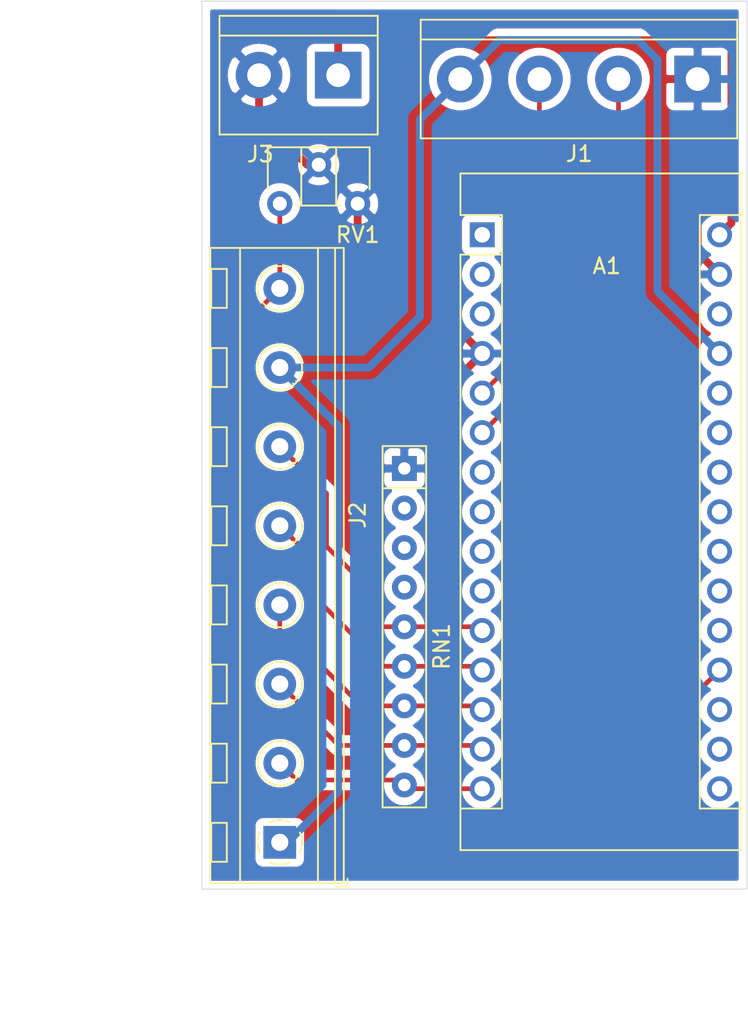
<source format=kicad_pcb>
(kicad_pcb (version 20171130) (host pcbnew "(5.1.9)-1")

  (general
    (thickness 1.6)
    (drawings 6)
    (tracks 75)
    (zones 0)
    (modules 6)
    (nets 33)
  )

  (page A4)
  (layers
    (0 F.Cu signal)
    (31 B.Cu signal)
    (32 B.Adhes user hide)
    (33 F.Adhes user hide)
    (34 B.Paste user hide)
    (35 F.Paste user hide)
    (36 B.SilkS user)
    (37 F.SilkS user)
    (38 B.Mask user hide)
    (39 F.Mask user hide)
    (40 Dwgs.User user)
    (41 Cmts.User user)
    (42 Eco1.User user)
    (43 Eco2.User user)
    (44 Edge.Cuts user)
    (45 Margin user)
    (46 B.CrtYd user)
    (47 F.CrtYd user)
    (48 B.Fab user)
    (49 F.Fab user hide)
  )

  (setup
    (last_trace_width 0.3)
    (trace_clearance 0.3)
    (zone_clearance 0.508)
    (zone_45_only no)
    (trace_min 0.2)
    (via_size 0.8)
    (via_drill 0.4)
    (via_min_size 0.4)
    (via_min_drill 0.3)
    (uvia_size 0.3)
    (uvia_drill 0.1)
    (uvias_allowed no)
    (uvia_min_size 0.2)
    (uvia_min_drill 0.1)
    (edge_width 0.05)
    (segment_width 0.2)
    (pcb_text_width 0.3)
    (pcb_text_size 1.5 1.5)
    (mod_edge_width 0.12)
    (mod_text_size 1 1)
    (mod_text_width 0.15)
    (pad_size 1.524 1.524)
    (pad_drill 0.762)
    (pad_to_mask_clearance 0)
    (aux_axis_origin 0 0)
    (visible_elements 7FFFFFFF)
    (pcbplotparams
      (layerselection 0x010fc_ffffffff)
      (usegerberextensions false)
      (usegerberattributes true)
      (usegerberadvancedattributes true)
      (creategerberjobfile true)
      (excludeedgelayer true)
      (linewidth 0.100000)
      (plotframeref false)
      (viasonmask false)
      (mode 1)
      (useauxorigin false)
      (hpglpennumber 1)
      (hpglpenspeed 20)
      (hpglpendiameter 15.000000)
      (psnegative false)
      (psa4output false)
      (plotreference true)
      (plotvalue true)
      (plotinvisibletext false)
      (padsonsilk false)
      (subtractmaskfromsilk false)
      (outputformat 1)
      (mirror false)
      (drillshape 1)
      (scaleselection 1)
      (outputdirectory ""))
  )

  (net 0 "")
  (net 1 "Net-(A1-Pad1)")
  (net 2 "Net-(A1-Pad17)")
  (net 3 "Net-(A1-Pad2)")
  (net 4 "Net-(A1-Pad18)")
  (net 5 "Net-(A1-Pad3)")
  (net 6 "Net-(A1-Pad19)")
  (net 7 GND)
  (net 8 "Net-(A1-Pad20)")
  (net 9 "Net-(A1-Pad5)")
  (net 10 "Net-(A1-Pad21)")
  (net 11 "Net-(A1-Pad6)")
  (net 12 "Net-(A1-Pad22)")
  (net 13 "Net-(A1-Pad7)")
  (net 14 "Net-(A1-Pad23)")
  (net 15 "Net-(A1-Pad8)")
  (net 16 "Net-(A1-Pad24)")
  (net 17 "Net-(A1-Pad9)")
  (net 18 "Net-(A1-Pad25)")
  (net 19 "Net-(A1-Pad10)")
  (net 20 "Net-(A1-Pad26)")
  (net 21 "Net-(A1-Pad11)")
  (net 22 +5V)
  (net 23 "Net-(A1-Pad12)")
  (net 24 "Net-(A1-Pad28)")
  (net 25 "Net-(A1-Pad13)")
  (net 26 "Net-(A1-Pad14)")
  (net 27 +12V)
  (net 28 "Net-(A1-Pad15)")
  (net 29 "Net-(A1-Pad16)")
  (net 30 "Net-(RN1-Pad2)")
  (net 31 "Net-(RN1-Pad3)")
  (net 32 "Net-(RN1-Pad4)")

  (net_class Default "This is the default net class."
    (clearance 0.3)
    (trace_width 0.3)
    (via_dia 0.8)
    (via_drill 0.4)
    (uvia_dia 0.3)
    (uvia_drill 0.1)
    (add_net "Net-(A1-Pad1)")
    (add_net "Net-(A1-Pad10)")
    (add_net "Net-(A1-Pad11)")
    (add_net "Net-(A1-Pad12)")
    (add_net "Net-(A1-Pad13)")
    (add_net "Net-(A1-Pad14)")
    (add_net "Net-(A1-Pad15)")
    (add_net "Net-(A1-Pad16)")
    (add_net "Net-(A1-Pad17)")
    (add_net "Net-(A1-Pad18)")
    (add_net "Net-(A1-Pad19)")
    (add_net "Net-(A1-Pad2)")
    (add_net "Net-(A1-Pad20)")
    (add_net "Net-(A1-Pad21)")
    (add_net "Net-(A1-Pad22)")
    (add_net "Net-(A1-Pad23)")
    (add_net "Net-(A1-Pad24)")
    (add_net "Net-(A1-Pad25)")
    (add_net "Net-(A1-Pad26)")
    (add_net "Net-(A1-Pad28)")
    (add_net "Net-(A1-Pad3)")
    (add_net "Net-(A1-Pad5)")
    (add_net "Net-(A1-Pad6)")
    (add_net "Net-(A1-Pad7)")
    (add_net "Net-(A1-Pad8)")
    (add_net "Net-(A1-Pad9)")
    (add_net "Net-(RN1-Pad2)")
    (add_net "Net-(RN1-Pad3)")
    (add_net "Net-(RN1-Pad4)")
  )

  (net_class PWR ""
    (clearance 0.3)
    (trace_width 0.5)
    (via_dia 0.8)
    (via_drill 0.4)
    (uvia_dia 0.3)
    (uvia_drill 0.1)
    (add_net +12V)
    (add_net +5V)
    (add_net GND)
  )

  (module Module:Arduino_Nano (layer F.Cu) (tedit 58ACAF70) (tstamp 60C28DC9)
    (at 117 73)
    (descr "Arduino Nano, http://www.mouser.com/pdfdocs/Gravitech_Arduino_Nano3_0.pdf")
    (tags "Arduino Nano")
    (path /60C24E05)
    (fp_text reference A1 (at 8 2) (layer F.SilkS)
      (effects (font (size 1 1) (thickness 0.15)))
    )
    (fp_text value Arduino_Nano_v3.x (at 8.89 19.05 90) (layer F.Fab)
      (effects (font (size 1 1) (thickness 0.15)))
    )
    (fp_line (start 1.27 1.27) (end 1.27 -1.27) (layer F.SilkS) (width 0.12))
    (fp_line (start 1.27 -1.27) (end -1.4 -1.27) (layer F.SilkS) (width 0.12))
    (fp_line (start -1.4 1.27) (end -1.4 39.5) (layer F.SilkS) (width 0.12))
    (fp_line (start -1.4 -3.94) (end -1.4 -1.27) (layer F.SilkS) (width 0.12))
    (fp_line (start 13.97 -1.27) (end 16.64 -1.27) (layer F.SilkS) (width 0.12))
    (fp_line (start 13.97 -1.27) (end 13.97 36.83) (layer F.SilkS) (width 0.12))
    (fp_line (start 13.97 36.83) (end 16.64 36.83) (layer F.SilkS) (width 0.12))
    (fp_line (start 1.27 1.27) (end -1.4 1.27) (layer F.SilkS) (width 0.12))
    (fp_line (start 1.27 1.27) (end 1.27 36.83) (layer F.SilkS) (width 0.12))
    (fp_line (start 1.27 36.83) (end -1.4 36.83) (layer F.SilkS) (width 0.12))
    (fp_line (start 3.81 31.75) (end 11.43 31.75) (layer F.Fab) (width 0.1))
    (fp_line (start 11.43 31.75) (end 11.43 41.91) (layer F.Fab) (width 0.1))
    (fp_line (start 11.43 41.91) (end 3.81 41.91) (layer F.Fab) (width 0.1))
    (fp_line (start 3.81 41.91) (end 3.81 31.75) (layer F.Fab) (width 0.1))
    (fp_line (start -1.4 39.5) (end 16.64 39.5) (layer F.SilkS) (width 0.12))
    (fp_line (start 16.64 39.5) (end 16.64 -3.94) (layer F.SilkS) (width 0.12))
    (fp_line (start 16.64 -3.94) (end -1.4 -3.94) (layer F.SilkS) (width 0.12))
    (fp_line (start 16.51 39.37) (end -1.27 39.37) (layer F.Fab) (width 0.1))
    (fp_line (start -1.27 39.37) (end -1.27 -2.54) (layer F.Fab) (width 0.1))
    (fp_line (start -1.27 -2.54) (end 0 -3.81) (layer F.Fab) (width 0.1))
    (fp_line (start 0 -3.81) (end 16.51 -3.81) (layer F.Fab) (width 0.1))
    (fp_line (start 16.51 -3.81) (end 16.51 39.37) (layer F.Fab) (width 0.1))
    (fp_line (start -1.53 -4.06) (end 16.75 -4.06) (layer F.CrtYd) (width 0.05))
    (fp_line (start -1.53 -4.06) (end -1.53 42.16) (layer F.CrtYd) (width 0.05))
    (fp_line (start 16.75 42.16) (end 16.75 -4.06) (layer F.CrtYd) (width 0.05))
    (fp_line (start 16.75 42.16) (end -1.53 42.16) (layer F.CrtYd) (width 0.05))
    (fp_text user %R (at 6.35 19.05 90) (layer F.Fab)
      (effects (font (size 1 1) (thickness 0.15)))
    )
    (pad 1 thru_hole rect (at 0 0) (size 1.6 1.6) (drill 1) (layers *.Cu *.Mask)
      (net 1 "Net-(A1-Pad1)"))
    (pad 17 thru_hole oval (at 15.24 33.02) (size 1.6 1.6) (drill 1) (layers *.Cu *.Mask)
      (net 2 "Net-(A1-Pad17)"))
    (pad 2 thru_hole oval (at 0 2.54) (size 1.6 1.6) (drill 1) (layers *.Cu *.Mask)
      (net 3 "Net-(A1-Pad2)"))
    (pad 18 thru_hole oval (at 15.24 30.48) (size 1.6 1.6) (drill 1) (layers *.Cu *.Mask)
      (net 4 "Net-(A1-Pad18)"))
    (pad 3 thru_hole oval (at 0 5.08) (size 1.6 1.6) (drill 1) (layers *.Cu *.Mask)
      (net 5 "Net-(A1-Pad3)"))
    (pad 19 thru_hole oval (at 15.24 27.94) (size 1.6 1.6) (drill 1) (layers *.Cu *.Mask)
      (net 6 "Net-(A1-Pad19)"))
    (pad 4 thru_hole oval (at 0 7.62) (size 1.6 1.6) (drill 1) (layers *.Cu *.Mask)
      (net 7 GND))
    (pad 20 thru_hole oval (at 15.24 25.4) (size 1.6 1.6) (drill 1) (layers *.Cu *.Mask)
      (net 8 "Net-(A1-Pad20)"))
    (pad 5 thru_hole oval (at 0 10.16) (size 1.6 1.6) (drill 1) (layers *.Cu *.Mask)
      (net 9 "Net-(A1-Pad5)"))
    (pad 21 thru_hole oval (at 15.24 22.86) (size 1.6 1.6) (drill 1) (layers *.Cu *.Mask)
      (net 10 "Net-(A1-Pad21)"))
    (pad 6 thru_hole oval (at 0 12.7) (size 1.6 1.6) (drill 1) (layers *.Cu *.Mask)
      (net 11 "Net-(A1-Pad6)"))
    (pad 22 thru_hole oval (at 15.24 20.32) (size 1.6 1.6) (drill 1) (layers *.Cu *.Mask)
      (net 12 "Net-(A1-Pad22)"))
    (pad 7 thru_hole oval (at 0 15.24) (size 1.6 1.6) (drill 1) (layers *.Cu *.Mask)
      (net 13 "Net-(A1-Pad7)"))
    (pad 23 thru_hole oval (at 15.24 17.78) (size 1.6 1.6) (drill 1) (layers *.Cu *.Mask)
      (net 14 "Net-(A1-Pad23)"))
    (pad 8 thru_hole oval (at 0 17.78) (size 1.6 1.6) (drill 1) (layers *.Cu *.Mask)
      (net 15 "Net-(A1-Pad8)"))
    (pad 24 thru_hole oval (at 15.24 15.24) (size 1.6 1.6) (drill 1) (layers *.Cu *.Mask)
      (net 16 "Net-(A1-Pad24)"))
    (pad 9 thru_hole oval (at 0 20.32) (size 1.6 1.6) (drill 1) (layers *.Cu *.Mask)
      (net 17 "Net-(A1-Pad9)"))
    (pad 25 thru_hole oval (at 15.24 12.7) (size 1.6 1.6) (drill 1) (layers *.Cu *.Mask)
      (net 18 "Net-(A1-Pad25)"))
    (pad 10 thru_hole oval (at 0 22.86) (size 1.6 1.6) (drill 1) (layers *.Cu *.Mask)
      (net 19 "Net-(A1-Pad10)"))
    (pad 26 thru_hole oval (at 15.24 10.16) (size 1.6 1.6) (drill 1) (layers *.Cu *.Mask)
      (net 20 "Net-(A1-Pad26)"))
    (pad 11 thru_hole oval (at 0 25.4) (size 1.6 1.6) (drill 1) (layers *.Cu *.Mask)
      (net 21 "Net-(A1-Pad11)"))
    (pad 27 thru_hole oval (at 15.24 7.62) (size 1.6 1.6) (drill 1) (layers *.Cu *.Mask)
      (net 22 +5V))
    (pad 12 thru_hole oval (at 0 27.94) (size 1.6 1.6) (drill 1) (layers *.Cu *.Mask)
      (net 23 "Net-(A1-Pad12)"))
    (pad 28 thru_hole oval (at 15.24 5.08) (size 1.6 1.6) (drill 1) (layers *.Cu *.Mask)
      (net 24 "Net-(A1-Pad28)"))
    (pad 13 thru_hole oval (at 0 30.48) (size 1.6 1.6) (drill 1) (layers *.Cu *.Mask)
      (net 25 "Net-(A1-Pad13)"))
    (pad 29 thru_hole oval (at 15.24 2.54) (size 1.6 1.6) (drill 1) (layers *.Cu *.Mask)
      (net 7 GND))
    (pad 14 thru_hole oval (at 0 33.02) (size 1.6 1.6) (drill 1) (layers *.Cu *.Mask)
      (net 26 "Net-(A1-Pad14)"))
    (pad 30 thru_hole oval (at 15.24 0) (size 1.6 1.6) (drill 1) (layers *.Cu *.Mask)
      (net 27 +12V))
    (pad 15 thru_hole oval (at 0 35.56) (size 1.6 1.6) (drill 1) (layers *.Cu *.Mask)
      (net 28 "Net-(A1-Pad15)"))
    (pad 16 thru_hole oval (at 15.24 35.56) (size 1.6 1.6) (drill 1) (layers *.Cu *.Mask)
      (net 29 "Net-(A1-Pad16)"))
    (model ${KISYS3DMOD}/Module.3dshapes/Arduino_Nano_WithMountingHoles.wrl
      (at (xyz 0 0 0))
      (scale (xyz 1 1 1))
      (rotate (xyz 0 0 0))
    )
  )

  (module TerminalBlock:TerminalBlock_bornier-4_P5.08mm (layer F.Cu) (tedit 59FF03D1) (tstamp 60C28DE1)
    (at 130.83 63 180)
    (descr "simple 4-pin terminal block, pitch 5.08mm, revamped version of bornier4")
    (tags "terminal block bornier4")
    (path /60C7AA24)
    (fp_text reference J1 (at 7.6 -4.8) (layer F.SilkS)
      (effects (font (size 1 1) (thickness 0.15)))
    )
    (fp_text value "RELE OUT" (at 7.6 4.75) (layer F.Fab)
      (effects (font (size 1 1) (thickness 0.15)))
    )
    (fp_text user %R (at 7.62 0) (layer F.Fab)
      (effects (font (size 1 1) (thickness 0.15)))
    )
    (fp_line (start 17.97 4) (end -2.73 4) (layer F.CrtYd) (width 0.05))
    (fp_line (start 17.97 4) (end 17.97 -4) (layer F.CrtYd) (width 0.05))
    (fp_line (start -2.73 -4) (end -2.73 4) (layer F.CrtYd) (width 0.05))
    (fp_line (start -2.73 -4) (end 17.97 -4) (layer F.CrtYd) (width 0.05))
    (fp_line (start -2.54 3.81) (end 17.78 3.81) (layer F.SilkS) (width 0.12))
    (fp_line (start -2.54 -3.81) (end 17.78 -3.81) (layer F.SilkS) (width 0.12))
    (fp_line (start 17.78 2.54) (end -2.54 2.54) (layer F.SilkS) (width 0.12))
    (fp_line (start 17.78 3.81) (end 17.78 -3.81) (layer F.SilkS) (width 0.12))
    (fp_line (start -2.54 -3.81) (end -2.54 3.81) (layer F.SilkS) (width 0.12))
    (fp_line (start 17.72 3.75) (end -2.43 3.75) (layer F.Fab) (width 0.1))
    (fp_line (start 17.72 -3.75) (end 17.72 3.75) (layer F.Fab) (width 0.1))
    (fp_line (start -2.48 -3.75) (end 17.72 -3.75) (layer F.Fab) (width 0.1))
    (fp_line (start -2.48 3.75) (end -2.48 -3.75) (layer F.Fab) (width 0.1))
    (fp_line (start -2.43 3.75) (end -2.48 3.75) (layer F.Fab) (width 0.1))
    (fp_line (start -2.48 2.55) (end 17.72 2.55) (layer F.Fab) (width 0.1))
    (pad 4 thru_hole circle (at 15.24 0 180) (size 3 3) (drill 1.52) (layers *.Cu *.Mask)
      (net 22 +5V))
    (pad 1 thru_hole rect (at 0 0 180) (size 3 3) (drill 1.52) (layers *.Cu *.Mask)
      (net 7 GND))
    (pad 3 thru_hole circle (at 10.16 0 180) (size 3 3) (drill 1.52) (layers *.Cu *.Mask)
      (net 9 "Net-(A1-Pad5)"))
    (pad 2 thru_hole circle (at 5.08 0 180) (size 3 3) (drill 1.52) (layers *.Cu *.Mask)
      (net 11 "Net-(A1-Pad6)"))
    (model ${KISYS3DMOD}/TerminalBlock.3dshapes/TerminalBlock_bornier-4_P5.08mm.wrl
      (offset (xyz 7.619999885559082 0 0))
      (scale (xyz 1 1 1))
      (rotate (xyz 0 0 0))
    )
  )

  (module TerminalBlock_RND:TerminalBlock_RND_205-00238_1x08_P5.08mm_Horizontal (layer F.Cu) (tedit 5B294F45) (tstamp 60C28E83)
    (at 104 112 90)
    (descr "terminal block RND 205-00238, 8 pins, pitch 5.08mm, size 40.6x8.45mm^2, drill diamater 1.1mm, pad diameter 2.1mm, see http://cdn-reichelt.de/documents/datenblatt/C151/RND_205-00232_DB_EN.pdf, script-generated using https://github.com/pointhi/kicad-footprint-generator/scripts/TerminalBlock_RND")
    (tags "THT terminal block RND 205-00238 pitch 5.08mm size 40.6x8.45mm^2 drill 1.1mm pad 2.1mm")
    (path /60C7CB0F)
    (fp_text reference J2 (at 21 5 90) (layer F.SilkS)
      (effects (font (size 1 1) (thickness 0.15)))
    )
    (fp_text value IN (at 30 6 90) (layer F.Fab)
      (effects (font (size 1 1) (thickness 0.15)))
    )
    (fp_circle (center 0 0) (end 1.25 0) (layer F.Fab) (width 0.1))
    (fp_circle (center 5.08 0) (end 6.33 0) (layer F.Fab) (width 0.1))
    (fp_circle (center 5.08 0) (end 6.51 0) (layer F.SilkS) (width 0.12))
    (fp_circle (center 10.16 0) (end 11.41 0) (layer F.Fab) (width 0.1))
    (fp_circle (center 10.16 0) (end 11.59 0) (layer F.SilkS) (width 0.12))
    (fp_circle (center 15.24 0) (end 16.49 0) (layer F.Fab) (width 0.1))
    (fp_circle (center 15.24 0) (end 16.67 0) (layer F.SilkS) (width 0.12))
    (fp_circle (center 20.32 0) (end 21.57 0) (layer F.Fab) (width 0.1))
    (fp_circle (center 20.32 0) (end 21.75 0) (layer F.SilkS) (width 0.12))
    (fp_circle (center 25.4 0) (end 26.65 0) (layer F.Fab) (width 0.1))
    (fp_circle (center 25.4 0) (end 26.83 0) (layer F.SilkS) (width 0.12))
    (fp_circle (center 30.48 0) (end 31.73 0) (layer F.Fab) (width 0.1))
    (fp_circle (center 30.48 0) (end 31.91 0) (layer F.SilkS) (width 0.12))
    (fp_circle (center 35.56 0) (end 36.81 0) (layer F.Fab) (width 0.1))
    (fp_circle (center 35.56 0) (end 36.99 0) (layer F.SilkS) (width 0.12))
    (fp_line (start -2.54 -4.4) (end 38.1 -4.4) (layer F.Fab) (width 0.1))
    (fp_line (start 38.1 -4.4) (end 38.1 4.05) (layer F.Fab) (width 0.1))
    (fp_line (start 38.1 4.05) (end -2.04 4.05) (layer F.Fab) (width 0.1))
    (fp_line (start -2.04 4.05) (end -2.54 3.55) (layer F.Fab) (width 0.1))
    (fp_line (start -2.54 3.55) (end -2.54 -4.4) (layer F.Fab) (width 0.1))
    (fp_line (start -2.54 3.55) (end 38.1 3.55) (layer F.Fab) (width 0.1))
    (fp_line (start -2.6 3.55) (end 38.16 3.55) (layer F.SilkS) (width 0.12))
    (fp_line (start -2.54 2.45) (end 38.1 2.45) (layer F.Fab) (width 0.1))
    (fp_line (start -2.6 2.45) (end 38.16 2.45) (layer F.SilkS) (width 0.12))
    (fp_line (start -2.54 -2.55) (end 38.1 -2.55) (layer F.Fab) (width 0.1))
    (fp_line (start -2.6 -2.55) (end 38.16 -2.55) (layer F.SilkS) (width 0.12))
    (fp_line (start -2.6 -4.46) (end 38.16 -4.46) (layer F.SilkS) (width 0.12))
    (fp_line (start -2.6 4.11) (end 38.16 4.11) (layer F.SilkS) (width 0.12))
    (fp_line (start -2.6 -4.46) (end -2.6 4.11) (layer F.SilkS) (width 0.12))
    (fp_line (start 38.16 -4.46) (end 38.16 4.11) (layer F.SilkS) (width 0.12))
    (fp_line (start 0.949 -0.796) (end -0.796 0.948) (layer F.Fab) (width 0.1))
    (fp_line (start 0.796 -0.948) (end -0.949 0.796) (layer F.Fab) (width 0.1))
    (fp_line (start -1.25 -4.4) (end -1.25 -3.4) (layer F.Fab) (width 0.1))
    (fp_line (start -1.25 -3.4) (end 1.25 -3.4) (layer F.Fab) (width 0.1))
    (fp_line (start 1.25 -3.4) (end 1.25 -4.4) (layer F.Fab) (width 0.1))
    (fp_line (start 1.25 -4.4) (end -1.25 -4.4) (layer F.Fab) (width 0.1))
    (fp_line (start -1.25 -4.4) (end 1.25 -4.4) (layer F.SilkS) (width 0.12))
    (fp_line (start -1.25 -3.4) (end 1.25 -3.4) (layer F.SilkS) (width 0.12))
    (fp_line (start -1.25 -4.4) (end -1.25 -3.4) (layer F.SilkS) (width 0.12))
    (fp_line (start 1.25 -4.4) (end 1.25 -3.4) (layer F.SilkS) (width 0.12))
    (fp_line (start 6.029 -0.796) (end 4.285 0.948) (layer F.Fab) (width 0.1))
    (fp_line (start 5.876 -0.948) (end 4.132 0.796) (layer F.Fab) (width 0.1))
    (fp_line (start 6.165 -0.91) (end 6.105 -0.851) (layer F.SilkS) (width 0.12))
    (fp_line (start 4.21 1.045) (end 4.17 1.085) (layer F.SilkS) (width 0.12))
    (fp_line (start 5.991 -1.085) (end 5.951 -1.045) (layer F.SilkS) (width 0.12))
    (fp_line (start 4.056 0.85) (end 3.996 0.91) (layer F.SilkS) (width 0.12))
    (fp_line (start 3.83 -4.4) (end 3.83 -3.4) (layer F.Fab) (width 0.1))
    (fp_line (start 3.83 -3.4) (end 6.33 -3.4) (layer F.Fab) (width 0.1))
    (fp_line (start 6.33 -3.4) (end 6.33 -4.4) (layer F.Fab) (width 0.1))
    (fp_line (start 6.33 -4.4) (end 3.83 -4.4) (layer F.Fab) (width 0.1))
    (fp_line (start 3.83 -4.4) (end 6.33 -4.4) (layer F.SilkS) (width 0.12))
    (fp_line (start 3.83 -3.4) (end 6.33 -3.4) (layer F.SilkS) (width 0.12))
    (fp_line (start 3.83 -4.4) (end 3.83 -3.4) (layer F.SilkS) (width 0.12))
    (fp_line (start 6.33 -4.4) (end 6.33 -3.4) (layer F.SilkS) (width 0.12))
    (fp_line (start 11.109 -0.796) (end 9.365 0.948) (layer F.Fab) (width 0.1))
    (fp_line (start 10.956 -0.948) (end 9.212 0.796) (layer F.Fab) (width 0.1))
    (fp_line (start 11.245 -0.91) (end 11.185 -0.851) (layer F.SilkS) (width 0.12))
    (fp_line (start 9.29 1.045) (end 9.25 1.085) (layer F.SilkS) (width 0.12))
    (fp_line (start 11.071 -1.085) (end 11.031 -1.045) (layer F.SilkS) (width 0.12))
    (fp_line (start 9.136 0.85) (end 9.076 0.91) (layer F.SilkS) (width 0.12))
    (fp_line (start 8.91 -4.4) (end 8.91 -3.4) (layer F.Fab) (width 0.1))
    (fp_line (start 8.91 -3.4) (end 11.41 -3.4) (layer F.Fab) (width 0.1))
    (fp_line (start 11.41 -3.4) (end 11.41 -4.4) (layer F.Fab) (width 0.1))
    (fp_line (start 11.41 -4.4) (end 8.91 -4.4) (layer F.Fab) (width 0.1))
    (fp_line (start 8.91 -4.4) (end 11.41 -4.4) (layer F.SilkS) (width 0.12))
    (fp_line (start 8.91 -3.4) (end 11.41 -3.4) (layer F.SilkS) (width 0.12))
    (fp_line (start 8.91 -4.4) (end 8.91 -3.4) (layer F.SilkS) (width 0.12))
    (fp_line (start 11.41 -4.4) (end 11.41 -3.4) (layer F.SilkS) (width 0.12))
    (fp_line (start 16.189 -0.796) (end 14.445 0.948) (layer F.Fab) (width 0.1))
    (fp_line (start 16.036 -0.948) (end 14.292 0.796) (layer F.Fab) (width 0.1))
    (fp_line (start 16.325 -0.91) (end 16.265 -0.851) (layer F.SilkS) (width 0.12))
    (fp_line (start 14.37 1.045) (end 14.33 1.085) (layer F.SilkS) (width 0.12))
    (fp_line (start 16.151 -1.085) (end 16.111 -1.045) (layer F.SilkS) (width 0.12))
    (fp_line (start 14.216 0.85) (end 14.156 0.91) (layer F.SilkS) (width 0.12))
    (fp_line (start 13.99 -4.4) (end 13.99 -3.4) (layer F.Fab) (width 0.1))
    (fp_line (start 13.99 -3.4) (end 16.49 -3.4) (layer F.Fab) (width 0.1))
    (fp_line (start 16.49 -3.4) (end 16.49 -4.4) (layer F.Fab) (width 0.1))
    (fp_line (start 16.49 -4.4) (end 13.99 -4.4) (layer F.Fab) (width 0.1))
    (fp_line (start 13.99 -4.4) (end 16.49 -4.4) (layer F.SilkS) (width 0.12))
    (fp_line (start 13.99 -3.4) (end 16.49 -3.4) (layer F.SilkS) (width 0.12))
    (fp_line (start 13.99 -4.4) (end 13.99 -3.4) (layer F.SilkS) (width 0.12))
    (fp_line (start 16.49 -4.4) (end 16.49 -3.4) (layer F.SilkS) (width 0.12))
    (fp_line (start 21.269 -0.796) (end 19.525 0.948) (layer F.Fab) (width 0.1))
    (fp_line (start 21.116 -0.948) (end 19.372 0.796) (layer F.Fab) (width 0.1))
    (fp_line (start 21.405 -0.91) (end 21.345 -0.851) (layer F.SilkS) (width 0.12))
    (fp_line (start 19.45 1.045) (end 19.41 1.085) (layer F.SilkS) (width 0.12))
    (fp_line (start 21.231 -1.085) (end 21.191 -1.045) (layer F.SilkS) (width 0.12))
    (fp_line (start 19.296 0.85) (end 19.236 0.91) (layer F.SilkS) (width 0.12))
    (fp_line (start 19.07 -4.4) (end 19.07 -3.4) (layer F.Fab) (width 0.1))
    (fp_line (start 19.07 -3.4) (end 21.57 -3.4) (layer F.Fab) (width 0.1))
    (fp_line (start 21.57 -3.4) (end 21.57 -4.4) (layer F.Fab) (width 0.1))
    (fp_line (start 21.57 -4.4) (end 19.07 -4.4) (layer F.Fab) (width 0.1))
    (fp_line (start 19.07 -4.4) (end 21.57 -4.4) (layer F.SilkS) (width 0.12))
    (fp_line (start 19.07 -3.4) (end 21.57 -3.4) (layer F.SilkS) (width 0.12))
    (fp_line (start 19.07 -4.4) (end 19.07 -3.4) (layer F.SilkS) (width 0.12))
    (fp_line (start 21.57 -4.4) (end 21.57 -3.4) (layer F.SilkS) (width 0.12))
    (fp_line (start 26.349 -0.796) (end 24.605 0.948) (layer F.Fab) (width 0.1))
    (fp_line (start 26.196 -0.948) (end 24.452 0.796) (layer F.Fab) (width 0.1))
    (fp_line (start 26.485 -0.91) (end 26.425 -0.851) (layer F.SilkS) (width 0.12))
    (fp_line (start 24.53 1.045) (end 24.49 1.085) (layer F.SilkS) (width 0.12))
    (fp_line (start 26.311 -1.085) (end 26.271 -1.045) (layer F.SilkS) (width 0.12))
    (fp_line (start 24.376 0.85) (end 24.316 0.91) (layer F.SilkS) (width 0.12))
    (fp_line (start 24.15 -4.4) (end 24.15 -3.4) (layer F.Fab) (width 0.1))
    (fp_line (start 24.15 -3.4) (end 26.65 -3.4) (layer F.Fab) (width 0.1))
    (fp_line (start 26.65 -3.4) (end 26.65 -4.4) (layer F.Fab) (width 0.1))
    (fp_line (start 26.65 -4.4) (end 24.15 -4.4) (layer F.Fab) (width 0.1))
    (fp_line (start 24.15 -4.4) (end 26.65 -4.4) (layer F.SilkS) (width 0.12))
    (fp_line (start 24.15 -3.4) (end 26.65 -3.4) (layer F.SilkS) (width 0.12))
    (fp_line (start 24.15 -4.4) (end 24.15 -3.4) (layer F.SilkS) (width 0.12))
    (fp_line (start 26.65 -4.4) (end 26.65 -3.4) (layer F.SilkS) (width 0.12))
    (fp_line (start 31.429 -0.796) (end 29.685 0.948) (layer F.Fab) (width 0.1))
    (fp_line (start 31.276 -0.948) (end 29.532 0.796) (layer F.Fab) (width 0.1))
    (fp_line (start 31.565 -0.91) (end 31.505 -0.851) (layer F.SilkS) (width 0.12))
    (fp_line (start 29.61 1.045) (end 29.57 1.085) (layer F.SilkS) (width 0.12))
    (fp_line (start 31.391 -1.085) (end 31.351 -1.045) (layer F.SilkS) (width 0.12))
    (fp_line (start 29.456 0.85) (end 29.396 0.91) (layer F.SilkS) (width 0.12))
    (fp_line (start 29.23 -4.4) (end 29.23 -3.4) (layer F.Fab) (width 0.1))
    (fp_line (start 29.23 -3.4) (end 31.73 -3.4) (layer F.Fab) (width 0.1))
    (fp_line (start 31.73 -3.4) (end 31.73 -4.4) (layer F.Fab) (width 0.1))
    (fp_line (start 31.73 -4.4) (end 29.23 -4.4) (layer F.Fab) (width 0.1))
    (fp_line (start 29.23 -4.4) (end 31.73 -4.4) (layer F.SilkS) (width 0.12))
    (fp_line (start 29.23 -3.4) (end 31.73 -3.4) (layer F.SilkS) (width 0.12))
    (fp_line (start 29.23 -4.4) (end 29.23 -3.4) (layer F.SilkS) (width 0.12))
    (fp_line (start 31.73 -4.4) (end 31.73 -3.4) (layer F.SilkS) (width 0.12))
    (fp_line (start 36.509 -0.796) (end 34.765 0.948) (layer F.Fab) (width 0.1))
    (fp_line (start 36.356 -0.948) (end 34.612 0.796) (layer F.Fab) (width 0.1))
    (fp_line (start 36.645 -0.91) (end 36.585 -0.851) (layer F.SilkS) (width 0.12))
    (fp_line (start 34.69 1.045) (end 34.65 1.085) (layer F.SilkS) (width 0.12))
    (fp_line (start 36.471 -1.085) (end 36.431 -1.045) (layer F.SilkS) (width 0.12))
    (fp_line (start 34.536 0.85) (end 34.476 0.91) (layer F.SilkS) (width 0.12))
    (fp_line (start 34.31 -4.4) (end 34.31 -3.4) (layer F.Fab) (width 0.1))
    (fp_line (start 34.31 -3.4) (end 36.81 -3.4) (layer F.Fab) (width 0.1))
    (fp_line (start 36.81 -3.4) (end 36.81 -4.4) (layer F.Fab) (width 0.1))
    (fp_line (start 36.81 -4.4) (end 34.31 -4.4) (layer F.Fab) (width 0.1))
    (fp_line (start 34.31 -4.4) (end 36.81 -4.4) (layer F.SilkS) (width 0.12))
    (fp_line (start 34.31 -3.4) (end 36.81 -3.4) (layer F.SilkS) (width 0.12))
    (fp_line (start 34.31 -4.4) (end 34.31 -3.4) (layer F.SilkS) (width 0.12))
    (fp_line (start 36.81 -4.4) (end 36.81 -3.4) (layer F.SilkS) (width 0.12))
    (fp_line (start -2.84 3.61) (end -2.84 4.35) (layer F.SilkS) (width 0.12))
    (fp_line (start -2.84 4.35) (end -2.34 4.35) (layer F.SilkS) (width 0.12))
    (fp_line (start -3.04 -4.9) (end -3.04 4.55) (layer F.CrtYd) (width 0.05))
    (fp_line (start -3.04 4.55) (end 38.6 4.55) (layer F.CrtYd) (width 0.05))
    (fp_line (start 38.6 4.55) (end 38.6 -4.9) (layer F.CrtYd) (width 0.05))
    (fp_line (start 38.6 -4.9) (end -3.04 -4.9) (layer F.CrtYd) (width 0.05))
    (fp_arc (start 0 0) (end 0 1.43) (angle -26) (layer F.SilkS) (width 0.12))
    (fp_arc (start 0 0) (end 1.286 0.627) (angle -52) (layer F.SilkS) (width 0.12))
    (fp_arc (start 0 0) (end 0.627 -1.286) (angle -52) (layer F.SilkS) (width 0.12))
    (fp_arc (start 0 0) (end -1.286 -0.628) (angle -52) (layer F.SilkS) (width 0.12))
    (fp_arc (start 0 0) (end -0.628 1.286) (angle -27) (layer F.SilkS) (width 0.12))
    (fp_text user %R (at 17.78 -5.46 90) (layer F.Fab)
      (effects (font (size 1 1) (thickness 0.15)))
    )
    (pad 1 thru_hole rect (at 0 0 90) (size 2.1 2.1) (drill 1.1) (layers *.Cu *.Mask)
      (net 22 +5V))
    (pad 2 thru_hole circle (at 5.08 0 90) (size 2.1 2.1) (drill 1.1) (layers *.Cu *.Mask)
      (net 28 "Net-(A1-Pad15)"))
    (pad 3 thru_hole circle (at 10.16 0 90) (size 2.1 2.1) (drill 1.1) (layers *.Cu *.Mask)
      (net 26 "Net-(A1-Pad14)"))
    (pad 4 thru_hole circle (at 15.24 0 90) (size 2.1 2.1) (drill 1.1) (layers *.Cu *.Mask)
      (net 25 "Net-(A1-Pad13)"))
    (pad 5 thru_hole circle (at 20.32 0 90) (size 2.1 2.1) (drill 1.1) (layers *.Cu *.Mask)
      (net 23 "Net-(A1-Pad12)"))
    (pad 6 thru_hole circle (at 25.4 0 90) (size 2.1 2.1) (drill 1.1) (layers *.Cu *.Mask)
      (net 21 "Net-(A1-Pad11)"))
    (pad 7 thru_hole circle (at 30.48 0 90) (size 2.1 2.1) (drill 1.1) (layers *.Cu *.Mask)
      (net 22 +5V))
    (pad 8 thru_hole circle (at 35.56 0 90) (size 2.1 2.1) (drill 1.1) (layers *.Cu *.Mask)
      (net 6 "Net-(A1-Pad19)"))
    (model ${KISYS3DMOD}/TerminalBlock_RND.3dshapes/TerminalBlock_RND_205-00238_1x08_P5.08mm_Horizontal.wrl
      (at (xyz 0 0 0))
      (scale (xyz 1 1 1))
      (rotate (xyz 0 0 0))
    )
  )

  (module TerminalBlock:TerminalBlock_bornier-2_P5.08mm (layer F.Cu) (tedit 59FF03AB) (tstamp 60C28E98)
    (at 107.75 62.75 180)
    (descr "simple 2-pin terminal block, pitch 5.08mm, revamped version of bornier2")
    (tags "terminal block bornier2")
    (path /60C78106)
    (fp_text reference J3 (at 5 -5.08) (layer F.SilkS)
      (effects (font (size 1 1) (thickness 0.15)))
    )
    (fp_text value 12V (at 0 -5) (layer F.Fab)
      (effects (font (size 1 1) (thickness 0.15)))
    )
    (fp_text user %R (at 2.54 0) (layer F.Fab)
      (effects (font (size 1 1) (thickness 0.15)))
    )
    (fp_line (start 7.79 4) (end -2.71 4) (layer F.CrtYd) (width 0.05))
    (fp_line (start 7.79 4) (end 7.79 -4) (layer F.CrtYd) (width 0.05))
    (fp_line (start -2.71 -4) (end -2.71 4) (layer F.CrtYd) (width 0.05))
    (fp_line (start -2.71 -4) (end 7.79 -4) (layer F.CrtYd) (width 0.05))
    (fp_line (start -2.54 3.81) (end 7.62 3.81) (layer F.SilkS) (width 0.12))
    (fp_line (start -2.54 -3.81) (end -2.54 3.81) (layer F.SilkS) (width 0.12))
    (fp_line (start 7.62 -3.81) (end -2.54 -3.81) (layer F.SilkS) (width 0.12))
    (fp_line (start 7.62 3.81) (end 7.62 -3.81) (layer F.SilkS) (width 0.12))
    (fp_line (start 7.62 2.54) (end -2.54 2.54) (layer F.SilkS) (width 0.12))
    (fp_line (start 7.54 -3.75) (end -2.46 -3.75) (layer F.Fab) (width 0.1))
    (fp_line (start 7.54 3.75) (end 7.54 -3.75) (layer F.Fab) (width 0.1))
    (fp_line (start -2.46 3.75) (end 7.54 3.75) (layer F.Fab) (width 0.1))
    (fp_line (start -2.46 -3.75) (end -2.46 3.75) (layer F.Fab) (width 0.1))
    (fp_line (start -2.41 2.55) (end 7.49 2.55) (layer F.Fab) (width 0.1))
    (pad 2 thru_hole circle (at 5.08 0 180) (size 3 3) (drill 1.52) (layers *.Cu *.Mask)
      (net 7 GND))
    (pad 1 thru_hole rect (at 0 0 180) (size 3 3) (drill 1.52) (layers *.Cu *.Mask)
      (net 27 +12V))
    (model ${KISYS3DMOD}/TerminalBlock.3dshapes/TerminalBlock_bornier-2_P5.08mm.wrl
      (offset (xyz 2.539999961853027 0 0))
      (scale (xyz 1 1 1))
      (rotate (xyz 0 0 0))
    )
  )

  (module Resistor_THT:R_Array_SIP9 (layer F.Cu) (tedit 5A14249F) (tstamp 60C28EB4)
    (at 112 88 270)
    (descr "9-pin Resistor SIP pack")
    (tags R)
    (path /60C33102)
    (fp_text reference RN1 (at 11.43 -2.4 90) (layer F.SilkS)
      (effects (font (size 1 1) (thickness 0.15)))
    )
    (fp_text value 4K7 (at 8 -2 90) (layer F.Fab)
      (effects (font (size 1 1) (thickness 0.15)))
    )
    (fp_line (start -1.29 -1.25) (end -1.29 1.25) (layer F.Fab) (width 0.1))
    (fp_line (start -1.29 1.25) (end 21.61 1.25) (layer F.Fab) (width 0.1))
    (fp_line (start 21.61 1.25) (end 21.61 -1.25) (layer F.Fab) (width 0.1))
    (fp_line (start 21.61 -1.25) (end -1.29 -1.25) (layer F.Fab) (width 0.1))
    (fp_line (start 1.27 -1.25) (end 1.27 1.25) (layer F.Fab) (width 0.1))
    (fp_line (start -1.44 -1.4) (end -1.44 1.4) (layer F.SilkS) (width 0.12))
    (fp_line (start -1.44 1.4) (end 21.76 1.4) (layer F.SilkS) (width 0.12))
    (fp_line (start 21.76 1.4) (end 21.76 -1.4) (layer F.SilkS) (width 0.12))
    (fp_line (start 21.76 -1.4) (end -1.44 -1.4) (layer F.SilkS) (width 0.12))
    (fp_line (start 1.27 -1.4) (end 1.27 1.4) (layer F.SilkS) (width 0.12))
    (fp_line (start -1.7 -1.65) (end -1.7 1.65) (layer F.CrtYd) (width 0.05))
    (fp_line (start -1.7 1.65) (end 22.05 1.65) (layer F.CrtYd) (width 0.05))
    (fp_line (start 22.05 1.65) (end 22.05 -1.65) (layer F.CrtYd) (width 0.05))
    (fp_line (start 22.05 -1.65) (end -1.7 -1.65) (layer F.CrtYd) (width 0.05))
    (fp_text user %R (at 10.16 0 90) (layer F.Fab)
      (effects (font (size 1 1) (thickness 0.15)))
    )
    (pad 1 thru_hole rect (at 0 0 270) (size 1.6 1.6) (drill 0.8) (layers *.Cu *.Mask)
      (net 7 GND))
    (pad 2 thru_hole oval (at 2.54 0 270) (size 1.6 1.6) (drill 0.8) (layers *.Cu *.Mask)
      (net 30 "Net-(RN1-Pad2)"))
    (pad 3 thru_hole oval (at 5.08 0 270) (size 1.6 1.6) (drill 0.8) (layers *.Cu *.Mask)
      (net 31 "Net-(RN1-Pad3)"))
    (pad 4 thru_hole oval (at 7.62 0 270) (size 1.6 1.6) (drill 0.8) (layers *.Cu *.Mask)
      (net 32 "Net-(RN1-Pad4)"))
    (pad 5 thru_hole oval (at 10.16 0 270) (size 1.6 1.6) (drill 0.8) (layers *.Cu *.Mask)
      (net 21 "Net-(A1-Pad11)"))
    (pad 6 thru_hole oval (at 12.7 0 270) (size 1.6 1.6) (drill 0.8) (layers *.Cu *.Mask)
      (net 23 "Net-(A1-Pad12)"))
    (pad 7 thru_hole oval (at 15.24 0 270) (size 1.6 1.6) (drill 0.8) (layers *.Cu *.Mask)
      (net 25 "Net-(A1-Pad13)"))
    (pad 8 thru_hole oval (at 17.78 0 270) (size 1.6 1.6) (drill 0.8) (layers *.Cu *.Mask)
      (net 26 "Net-(A1-Pad14)"))
    (pad 9 thru_hole oval (at 20.32 0 270) (size 1.6 1.6) (drill 0.8) (layers *.Cu *.Mask)
      (net 28 "Net-(A1-Pad15)"))
    (model ${KISYS3DMOD}/Resistor_THT.3dshapes/R_Array_SIP9.wrl
      (at (xyz 0 0 0))
      (scale (xyz 1 1 1))
      (rotate (xyz 0 0 0))
    )
  )

  (module Potentiometer_THT:Potentiometer_ACP_CA6-H2,5_Horizontal (layer F.Cu) (tedit 5A3D4994) (tstamp 60C28ED0)
    (at 104 71 90)
    (descr "Potentiometer, horizontal, ACP CA6-H2,5, http://www.acptechnologies.com/wp-content/uploads/2017/06/01-ACP-CA6.pdf")
    (tags "Potentiometer horizontal ACP CA6-H2,5")
    (path /60C5CC20)
    (fp_text reference RV1 (at -2 5 180) (layer F.SilkS)
      (effects (font (size 1 1) (thickness 0.15)))
    )
    (fp_text value 10K (at 0 7.06 90) (layer F.Fab)
      (effects (font (size 1 1) (thickness 0.15)))
    )
    (fp_line (start 3.5 -0.65) (end 3.5 5.65) (layer F.Fab) (width 0.1))
    (fp_line (start 3.5 5.65) (end 0 5.65) (layer F.Fab) (width 0.1))
    (fp_line (start 0 5.65) (end 0 -0.65) (layer F.Fab) (width 0.1))
    (fp_line (start 0 -0.65) (end 3.5 -0.65) (layer F.Fab) (width 0.1))
    (fp_line (start 0 1.5) (end 0 3.5) (layer F.Fab) (width 0.1))
    (fp_line (start 0 3.5) (end 3.5 3.5) (layer F.Fab) (width 0.1))
    (fp_line (start 3.5 3.5) (end 3.5 1.5) (layer F.Fab) (width 0.1))
    (fp_line (start 3.5 1.5) (end 0 1.5) (layer F.Fab) (width 0.1))
    (fp_line (start 0.925 -0.77) (end 3.62 -0.77) (layer F.SilkS) (width 0.12))
    (fp_line (start 0.925 5.77) (end 3.62 5.77) (layer F.SilkS) (width 0.12))
    (fp_line (start 3.62 -0.77) (end 3.62 5.77) (layer F.SilkS) (width 0.12))
    (fp_line (start -0.121 1.066) (end -0.121 3.935) (layer F.SilkS) (width 0.12))
    (fp_line (start -0.121 1.38) (end 3.62 1.38) (layer F.SilkS) (width 0.12))
    (fp_line (start -0.121 3.62) (end 3.62 3.62) (layer F.SilkS) (width 0.12))
    (fp_line (start -0.121 1.38) (end -0.121 3.62) (layer F.SilkS) (width 0.12))
    (fp_line (start 3.62 1.38) (end 3.62 3.62) (layer F.SilkS) (width 0.12))
    (fp_line (start -1.1 -1.1) (end -1.1 6.1) (layer F.CrtYd) (width 0.05))
    (fp_line (start -1.1 6.1) (end 3.75 6.1) (layer F.CrtYd) (width 0.05))
    (fp_line (start 3.75 6.1) (end 3.75 -1.1) (layer F.CrtYd) (width 0.05))
    (fp_line (start 3.75 -1.1) (end -1.1 -1.1) (layer F.CrtYd) (width 0.05))
    (fp_text user %R (at 1.75 2.5 90) (layer F.Fab)
      (effects (font (size 0.78 0.78) (thickness 0.15)))
    )
    (pad 3 thru_hole circle (at 0 5 90) (size 1.62 1.62) (drill 0.9) (layers *.Cu *.Mask)
      (net 7 GND))
    (pad 2 thru_hole circle (at 2.5 2.5 90) (size 1.62 1.62) (drill 0.9) (layers *.Cu *.Mask)
      (net 7 GND))
    (pad 1 thru_hole circle (at 0 0 90) (size 1.62 1.62) (drill 0.9) (layers *.Cu *.Mask)
      (net 6 "Net-(A1-Pad19)"))
    (model ${KISYS3DMOD}/Potentiometer_THT.3dshapes/Potentiometer_ACP_CA6-H2,5_Horizontal.wrl
      (at (xyz 0 0 0))
      (scale (xyz 1 1 1))
      (rotate (xyz 0 0 0))
    )
  )

  (dimension 57 (width 0.15) (layer Dwgs.User)
    (gr_text "57,000 mm" (at 89.7 86.5 90) (layer Dwgs.User)
      (effects (font (size 1 1) (thickness 0.15)))
    )
    (feature1 (pts (xy 99 58) (xy 90.413579 58)))
    (feature2 (pts (xy 99 115) (xy 90.413579 115)))
    (crossbar (pts (xy 91 115) (xy 91 58)))
    (arrow1a (pts (xy 91 58) (xy 91.586421 59.126504)))
    (arrow1b (pts (xy 91 58) (xy 90.413579 59.126504)))
    (arrow2a (pts (xy 91 115) (xy 91.586421 113.873496)))
    (arrow2b (pts (xy 91 115) (xy 90.413579 113.873496)))
  )
  (dimension 35 (width 0.15) (layer Dwgs.User)
    (gr_text "35,000 mm" (at 116.5 124.299999) (layer Dwgs.User)
      (effects (font (size 1 1) (thickness 0.15)))
    )
    (feature1 (pts (xy 134 115) (xy 134 123.58642)))
    (feature2 (pts (xy 99 115) (xy 99 123.58642)))
    (crossbar (pts (xy 99 122.999999) (xy 134 122.999999)))
    (arrow1a (pts (xy 134 122.999999) (xy 132.873496 123.58642)))
    (arrow1b (pts (xy 134 122.999999) (xy 132.873496 122.413578)))
    (arrow2a (pts (xy 99 122.999999) (xy 100.126504 123.58642)))
    (arrow2b (pts (xy 99 122.999999) (xy 100.126504 122.413578)))
  )
  (gr_line (start 99 115) (end 99 58) (layer Edge.Cuts) (width 0.05) (tstamp 60C2AA7F))
  (gr_line (start 134 115) (end 99 115) (layer Edge.Cuts) (width 0.05))
  (gr_line (start 134 58) (end 134 115) (layer Edge.Cuts) (width 0.05))
  (gr_line (start 99 58) (end 134 58) (layer Edge.Cuts) (width 0.05))

  (segment (start 104 71) (end 104 76.44) (width 0.3) (layer F.Cu) (net 6))
  (segment (start 121.93 111.25) (end 132.24 100.94) (width 0.3) (layer F.Cu) (net 6))
  (segment (start 108.75 111.25) (end 121.93 111.25) (width 0.3) (layer F.Cu) (net 6))
  (segment (start 106 114) (end 108.75 111.25) (width 0.3) (layer F.Cu) (net 6))
  (segment (start 102.75 114) (end 106 114) (width 0.3) (layer F.Cu) (net 6))
  (segment (start 101.5 112.75) (end 102.75 114) (width 0.3) (layer F.Cu) (net 6))
  (segment (start 101.5 78.94) (end 101.5 112.75) (width 0.3) (layer F.Cu) (net 6))
  (segment (start 104 76.44) (end 101.5 78.94) (width 0.3) (layer F.Cu) (net 6))
  (segment (start 106.5 68.5) (end 109 71) (width 0.5) (layer F.Cu) (net 7))
  (segment (start 112 85.62) (end 117 80.62) (width 0.5) (layer F.Cu) (net 7))
  (segment (start 112 88) (end 112 85.62) (width 0.5) (layer F.Cu) (net 7))
  (segment (start 109 72.62) (end 109 71) (width 0.5) (layer F.Cu) (net 7))
  (segment (start 117 80.62) (end 109 72.62) (width 0.5) (layer F.Cu) (net 7))
  (segment (start 131.7 75) (end 132.24 75.54) (width 0.5) (layer F.Cu) (net 7))
  (segment (start 102.67 62.75) (end 102.67 65.42) (width 0.5) (layer F.Cu) (net 7))
  (segment (start 105.75 68.5) (end 106.5 68.5) (width 0.5) (layer F.Cu) (net 7))
  (segment (start 102.67 65.42) (end 105.75 68.5) (width 0.5) (layer F.Cu) (net 7))
  (segment (start 130.83 74.13) (end 132.24 75.54) (width 0.5) (layer F.Cu) (net 7))
  (segment (start 130.83 63) (end 130.83 74.13) (width 0.5) (layer F.Cu) (net 7))
  (segment (start 120.67 63) (end 120.75 63) (width 0.3) (layer F.Cu) (net 9))
  (segment (start 120.67 79.49) (end 117 83.16) (width 0.3) (layer F.Cu) (net 9))
  (segment (start 120.67 63) (end 120.67 79.49) (width 0.3) (layer F.Cu) (net 9))
  (segment (start 117.190002 85.890002) (end 117 85.7) (width 0.3) (layer B.Cu) (net 11))
  (segment (start 125.75 76.95) (end 117 85.7) (width 0.3) (layer F.Cu) (net 11))
  (segment (start 125.75 63) (end 125.75 76.95) (width 0.3) (layer F.Cu) (net 11))
  (segment (start 110.16 98.16) (end 112 98.16) (width 0.3) (layer F.Cu) (net 21))
  (segment (start 109 97) (end 110.16 98.16) (width 0.3) (layer F.Cu) (net 21))
  (segment (start 109 95) (end 109 97) (width 0.3) (layer F.Cu) (net 21))
  (segment (start 107 93) (end 109 95) (width 0.3) (layer F.Cu) (net 21))
  (segment (start 107 89.6) (end 107 93) (width 0.3) (layer F.Cu) (net 21))
  (segment (start 104 86.6) (end 107 89.6) (width 0.3) (layer F.Cu) (net 21))
  (segment (start 116.76 98.16) (end 117 98.4) (width 0.3) (layer F.Cu) (net 21))
  (segment (start 112 98.16) (end 116.76 98.16) (width 0.3) (layer F.Cu) (net 21))
  (segment (start 104 112) (end 104.5 112) (width 0.5) (layer B.Cu) (net 22))
  (segment (start 104.5 112) (end 107.75 108.75) (width 0.5) (layer B.Cu) (net 22))
  (segment (start 107.75 85.27) (end 104 81.52) (width 0.5) (layer B.Cu) (net 22))
  (segment (start 107.75 108.75) (end 107.75 85.27) (width 0.5) (layer B.Cu) (net 22))
  (segment (start 104 81.52) (end 109.73 81.52) (width 0.5) (layer B.Cu) (net 22))
  (segment (start 109.73 81.52) (end 113 78.25) (width 0.5) (layer B.Cu) (net 22))
  (segment (start 113 65.59) (end 115.59 63) (width 0.5) (layer B.Cu) (net 22))
  (segment (start 113 78.25) (end 113 65.59) (width 0.5) (layer B.Cu) (net 22))
  (segment (start 128.25 76.63) (end 132.24 80.62) (width 0.5) (layer B.Cu) (net 22))
  (segment (start 128.25 61.75) (end 128.25 76.63) (width 0.5) (layer B.Cu) (net 22))
  (segment (start 127 60.5) (end 128.25 61.75) (width 0.5) (layer B.Cu) (net 22))
  (segment (start 118.09 60.5) (end 127 60.5) (width 0.5) (layer B.Cu) (net 22))
  (segment (start 115.59 63) (end 118.09 60.5) (width 0.5) (layer B.Cu) (net 22))
  (segment (start 104 91.68) (end 106 93.68) (width 0.3) (layer F.Cu) (net 23))
  (segment (start 106 93.68) (end 106 96) (width 0.3) (layer F.Cu) (net 23))
  (segment (start 110.7 100.7) (end 112 100.7) (width 0.3) (layer F.Cu) (net 23))
  (segment (start 106 96) (end 110.7 100.7) (width 0.3) (layer F.Cu) (net 23))
  (segment (start 116.76 100.7) (end 117 100.94) (width 0.3) (layer F.Cu) (net 23))
  (segment (start 112 100.7) (end 116.76 100.7) (width 0.3) (layer F.Cu) (net 23))
  (segment (start 109.24 103.24) (end 112 103.24) (width 0.3) (layer F.Cu) (net 25))
  (segment (start 105 99) (end 109.24 103.24) (width 0.3) (layer F.Cu) (net 25))
  (segment (start 104 99) (end 105 99) (width 0.3) (layer F.Cu) (net 25))
  (segment (start 104 96.76) (end 104 99) (width 0.3) (layer F.Cu) (net 25))
  (segment (start 116.76 103.24) (end 117 103.48) (width 0.3) (layer F.Cu) (net 25))
  (segment (start 112 103.24) (end 116.76 103.24) (width 0.3) (layer F.Cu) (net 25))
  (segment (start 104 101.84) (end 106 103.84) (width 0.3) (layer F.Cu) (net 26))
  (segment (start 106 103.84) (end 106 104) (width 0.3) (layer F.Cu) (net 26))
  (segment (start 107.78 105.78) (end 112 105.78) (width 0.3) (layer F.Cu) (net 26))
  (segment (start 106 104) (end 107.78 105.78) (width 0.3) (layer F.Cu) (net 26))
  (segment (start 116.76 105.78) (end 117 106.02) (width 0.3) (layer F.Cu) (net 26))
  (segment (start 112 105.78) (end 116.76 105.78) (width 0.3) (layer F.Cu) (net 26))
  (segment (start 132 72.76) (end 132.24 73) (width 0.5) (layer F.Cu) (net 27))
  (segment (start 107.75 62.75) (end 107.75 59.5) (width 0.5) (layer F.Cu) (net 27))
  (segment (start 107.75 59.5) (end 133 59.5) (width 0.5) (layer F.Cu) (net 27))
  (segment (start 133 72.24) (end 132.24 73) (width 0.5) (layer F.Cu) (net 27))
  (segment (start 133 59.5) (end 133 72.24) (width 0.5) (layer F.Cu) (net 27))
  (segment (start 104 106.92) (end 105.08 108) (width 0.3) (layer F.Cu) (net 28))
  (segment (start 111.68 108) (end 112 108.32) (width 0.3) (layer F.Cu) (net 28))
  (segment (start 105.08 108) (end 111.68 108) (width 0.3) (layer F.Cu) (net 28))
  (segment (start 112 108.32) (end 112.32 108.32) (width 0.3) (layer F.Cu) (net 28))
  (segment (start 112.56 108.56) (end 117 108.56) (width 0.3) (layer F.Cu) (net 28))
  (segment (start 112.32 108.32) (end 112.56 108.56) (width 0.3) (layer F.Cu) (net 28))

  (zone (net 7) (net_name GND) (layer F.Cu) (tstamp 0) (hatch edge 0.508)
    (connect_pads (clearance 0.508))
    (min_thickness 0.254)
    (fill yes (arc_segments 32) (thermal_gap 0.508) (thermal_bridge_width 0.508))
    (polygon
      (pts
        (xy 134 115) (xy 99 115) (xy 99 58) (xy 134 58)
      )
    )
    (filled_polygon
      (pts
        (xy 107.409687 58.678411) (xy 107.255941 58.760589) (xy 107.121183 58.871183) (xy 107.010589 59.005941) (xy 106.928411 59.159687)
        (xy 106.877805 59.32651) (xy 106.860718 59.5) (xy 106.865001 59.543486) (xy 106.865001 60.611928) (xy 106.25 60.611928)
        (xy 106.125518 60.624188) (xy 106.00582 60.660498) (xy 105.895506 60.719463) (xy 105.798815 60.798815) (xy 105.719463 60.895506)
        (xy 105.660498 61.00582) (xy 105.624188 61.125518) (xy 105.611928 61.25) (xy 105.611928 64.25) (xy 105.624188 64.374482)
        (xy 105.660498 64.49418) (xy 105.719463 64.604494) (xy 105.798815 64.701185) (xy 105.895506 64.780537) (xy 106.00582 64.839502)
        (xy 106.125518 64.875812) (xy 106.25 64.888072) (xy 109.25 64.888072) (xy 109.374482 64.875812) (xy 109.49418 64.839502)
        (xy 109.604494 64.780537) (xy 109.701185 64.701185) (xy 109.780537 64.604494) (xy 109.839502 64.49418) (xy 109.875812 64.374482)
        (xy 109.888072 64.25) (xy 109.888072 62.789721) (xy 113.455 62.789721) (xy 113.455 63.210279) (xy 113.537047 63.622756)
        (xy 113.697988 64.011302) (xy 113.931637 64.360983) (xy 114.229017 64.658363) (xy 114.578698 64.892012) (xy 114.967244 65.052953)
        (xy 115.379721 65.135) (xy 115.800279 65.135) (xy 116.212756 65.052953) (xy 116.601302 64.892012) (xy 116.950983 64.658363)
        (xy 117.248363 64.360983) (xy 117.482012 64.011302) (xy 117.642953 63.622756) (xy 117.725 63.210279) (xy 117.725 62.789721)
        (xy 117.642953 62.377244) (xy 117.482012 61.988698) (xy 117.248363 61.639017) (xy 116.950983 61.341637) (xy 116.601302 61.107988)
        (xy 116.212756 60.947047) (xy 115.800279 60.865) (xy 115.379721 60.865) (xy 114.967244 60.947047) (xy 114.578698 61.107988)
        (xy 114.229017 61.341637) (xy 113.931637 61.639017) (xy 113.697988 61.988698) (xy 113.537047 62.377244) (xy 113.455 62.789721)
        (xy 109.888072 62.789721) (xy 109.888072 61.25) (xy 109.875812 61.125518) (xy 109.839502 61.00582) (xy 109.780537 60.895506)
        (xy 109.701185 60.798815) (xy 109.604494 60.719463) (xy 109.49418 60.660498) (xy 109.374482 60.624188) (xy 109.25 60.611928)
        (xy 108.635 60.611928) (xy 108.635 60.385) (xy 132.115 60.385) (xy 132.115 60.862472) (xy 131.11575 60.865)
        (xy 130.957 61.02375) (xy 130.957 62.873) (xy 130.977 62.873) (xy 130.977 63.127) (xy 130.957 63.127)
        (xy 130.957 64.97625) (xy 131.11575 65.135) (xy 132.115 65.137528) (xy 132.115001 71.565) (xy 132.098665 71.565)
        (xy 131.821426 71.620147) (xy 131.560273 71.72832) (xy 131.325241 71.885363) (xy 131.125363 72.085241) (xy 130.96832 72.320273)
        (xy 130.860147 72.581426) (xy 130.805 72.858665) (xy 130.805 73.141335) (xy 130.860147 73.418574) (xy 130.96832 73.679727)
        (xy 131.125363 73.914759) (xy 131.325241 74.114637) (xy 131.560273 74.27168) (xy 131.570865 74.276067) (xy 131.384869 74.387615)
        (xy 131.176481 74.576586) (xy 131.008963 74.80258) (xy 130.888754 75.056913) (xy 130.848096 75.190961) (xy 130.970085 75.413)
        (xy 132.113 75.413) (xy 132.113 75.393) (xy 132.367 75.393) (xy 132.367 75.413) (xy 132.387 75.413)
        (xy 132.387 75.667) (xy 132.367 75.667) (xy 132.367 75.687) (xy 132.113 75.687) (xy 132.113 75.667)
        (xy 130.970085 75.667) (xy 130.848096 75.889039) (xy 130.888754 76.023087) (xy 131.008963 76.27742) (xy 131.176481 76.503414)
        (xy 131.384869 76.692385) (xy 131.570865 76.803933) (xy 131.560273 76.80832) (xy 131.325241 76.965363) (xy 131.125363 77.165241)
        (xy 130.96832 77.400273) (xy 130.860147 77.661426) (xy 130.805 77.938665) (xy 130.805 78.221335) (xy 130.860147 78.498574)
        (xy 130.96832 78.759727) (xy 131.125363 78.994759) (xy 131.325241 79.194637) (xy 131.557759 79.35) (xy 131.325241 79.505363)
        (xy 131.125363 79.705241) (xy 130.96832 79.940273) (xy 130.860147 80.201426) (xy 130.805 80.478665) (xy 130.805 80.761335)
        (xy 130.860147 81.038574) (xy 130.96832 81.299727) (xy 131.125363 81.534759) (xy 131.325241 81.734637) (xy 131.557759 81.89)
        (xy 131.325241 82.045363) (xy 131.125363 82.245241) (xy 130.96832 82.480273) (xy 130.860147 82.741426) (xy 130.805 83.018665)
        (xy 130.805 83.301335) (xy 130.860147 83.578574) (xy 130.96832 83.839727) (xy 131.125363 84.074759) (xy 131.325241 84.274637)
        (xy 131.557759 84.43) (xy 131.325241 84.585363) (xy 131.125363 84.785241) (xy 130.96832 85.020273) (xy 130.860147 85.281426)
        (xy 130.805 85.558665) (xy 130.805 85.841335) (xy 130.860147 86.118574) (xy 130.96832 86.379727) (xy 131.125363 86.614759)
        (xy 131.325241 86.814637) (xy 131.557759 86.97) (xy 131.325241 87.125363) (xy 131.125363 87.325241) (xy 130.96832 87.560273)
        (xy 130.860147 87.821426) (xy 130.805 88.098665) (xy 130.805 88.381335) (xy 130.860147 88.658574) (xy 130.96832 88.919727)
        (xy 131.125363 89.154759) (xy 131.325241 89.354637) (xy 131.557759 89.51) (xy 131.325241 89.665363) (xy 131.125363 89.865241)
        (xy 130.96832 90.100273) (xy 130.860147 90.361426) (xy 130.805 90.638665) (xy 130.805 90.921335) (xy 130.860147 91.198574)
        (xy 130.96832 91.459727) (xy 131.125363 91.694759) (xy 131.325241 91.894637) (xy 131.557759 92.05) (xy 131.325241 92.205363)
        (xy 131.125363 92.405241) (xy 130.96832 92.640273) (xy 130.860147 92.901426) (xy 130.805 93.178665) (xy 130.805 93.461335)
        (xy 130.860147 93.738574) (xy 130.96832 93.999727) (xy 131.125363 94.234759) (xy 131.325241 94.434637) (xy 131.557759 94.59)
        (xy 131.325241 94.745363) (xy 131.125363 94.945241) (xy 130.96832 95.180273) (xy 130.860147 95.441426) (xy 130.805 95.718665)
        (xy 130.805 96.001335) (xy 130.860147 96.278574) (xy 130.96832 96.539727) (xy 131.125363 96.774759) (xy 131.325241 96.974637)
        (xy 131.557759 97.13) (xy 131.325241 97.285363) (xy 131.125363 97.485241) (xy 130.96832 97.720273) (xy 130.860147 97.981426)
        (xy 130.805 98.258665) (xy 130.805 98.541335) (xy 130.860147 98.818574) (xy 130.96832 99.079727) (xy 131.125363 99.314759)
        (xy 131.325241 99.514637) (xy 131.557759 99.67) (xy 131.325241 99.825363) (xy 131.125363 100.025241) (xy 130.96832 100.260273)
        (xy 130.860147 100.521426) (xy 130.805 100.798665) (xy 130.805 101.081335) (xy 130.835446 101.234397) (xy 121.604843 110.465)
        (xy 108.788552 110.465) (xy 108.749999 110.461203) (xy 108.711446 110.465) (xy 108.711439 110.465) (xy 108.61049 110.474943)
        (xy 108.596112 110.476359) (xy 108.561672 110.486806) (xy 108.44814 110.521246) (xy 108.311767 110.594138) (xy 108.251559 110.64355)
        (xy 108.222187 110.667655) (xy 108.222184 110.667658) (xy 108.192236 110.692236) (xy 108.167658 110.722184) (xy 105.674843 113.215)
        (xy 105.663521 113.215) (xy 105.675812 113.174482) (xy 105.688072 113.05) (xy 105.688072 110.95) (xy 105.675812 110.825518)
        (xy 105.639502 110.70582) (xy 105.580537 110.595506) (xy 105.501185 110.498815) (xy 105.404494 110.419463) (xy 105.29418 110.360498)
        (xy 105.174482 110.324188) (xy 105.05 110.311928) (xy 102.95 110.311928) (xy 102.825518 110.324188) (xy 102.70582 110.360498)
        (xy 102.595506 110.419463) (xy 102.498815 110.498815) (xy 102.419463 110.595506) (xy 102.360498 110.70582) (xy 102.324188 110.825518)
        (xy 102.311928 110.95) (xy 102.311928 112.451771) (xy 102.285 112.424843) (xy 102.285 86.434042) (xy 102.315 86.434042)
        (xy 102.315 86.765958) (xy 102.379754 87.091496) (xy 102.506772 87.398147) (xy 102.691175 87.674125) (xy 102.925875 87.908825)
        (xy 103.201853 88.093228) (xy 103.508504 88.220246) (xy 103.834042 88.285) (xy 104.165958 88.285) (xy 104.491496 88.220246)
        (xy 104.504643 88.2148) (xy 106.215 89.925157) (xy 106.215001 92.784843) (xy 105.6148 92.184643) (xy 105.620246 92.171496)
        (xy 105.685 91.845958) (xy 105.685 91.514042) (xy 105.620246 91.188504) (xy 105.493228 90.881853) (xy 105.308825 90.605875)
        (xy 105.074125 90.371175) (xy 104.798147 90.186772) (xy 104.491496 90.059754) (xy 104.165958 89.995) (xy 103.834042 89.995)
        (xy 103.508504 90.059754) (xy 103.201853 90.186772) (xy 102.925875 90.371175) (xy 102.691175 90.605875) (xy 102.506772 90.881853)
        (xy 102.379754 91.188504) (xy 102.315 91.514042) (xy 102.315 91.845958) (xy 102.379754 92.171496) (xy 102.506772 92.478147)
        (xy 102.691175 92.754125) (xy 102.925875 92.988825) (xy 103.201853 93.173228) (xy 103.508504 93.300246) (xy 103.834042 93.365)
        (xy 104.165958 93.365) (xy 104.491496 93.300246) (xy 104.504643 93.2948) (xy 105.215 94.005158) (xy 105.215001 95.592051)
        (xy 105.074125 95.451175) (xy 104.798147 95.266772) (xy 104.491496 95.139754) (xy 104.165958 95.075) (xy 103.834042 95.075)
        (xy 103.508504 95.139754) (xy 103.201853 95.266772) (xy 102.925875 95.451175) (xy 102.691175 95.685875) (xy 102.506772 95.961853)
        (xy 102.379754 96.268504) (xy 102.315 96.594042) (xy 102.315 96.925958) (xy 102.379754 97.251496) (xy 102.506772 97.558147)
        (xy 102.691175 97.834125) (xy 102.925875 98.068825) (xy 103.201853 98.253228) (xy 103.215001 98.258674) (xy 103.215001 98.96143)
        (xy 103.211202 99) (xy 103.226359 99.153887) (xy 103.271246 99.30186) (xy 103.344138 99.438233) (xy 103.442236 99.557764)
        (xy 103.561767 99.655862) (xy 103.69814 99.728754) (xy 103.846113 99.773641) (xy 103.961439 99.785) (xy 103.96144 99.785)
        (xy 104 99.788798) (xy 104.038561 99.785) (xy 104.674843 99.785) (xy 108.657653 103.76781) (xy 108.682236 103.797764)
        (xy 108.801767 103.895862) (xy 108.93814 103.968754) (xy 109.086113 104.013642) (xy 109.161026 104.02102) (xy 109.201439 104.025)
        (xy 109.201444 104.025) (xy 109.24 104.028797) (xy 109.278556 104.025) (xy 110.798661 104.025) (xy 110.885363 104.154759)
        (xy 111.085241 104.354637) (xy 111.317759 104.51) (xy 111.085241 104.665363) (xy 110.885363 104.865241) (xy 110.798661 104.995)
        (xy 108.105158 104.995) (xy 106.763788 103.653631) (xy 106.728754 103.53814) (xy 106.687119 103.460246) (xy 106.655862 103.401767)
        (xy 106.557764 103.282236) (xy 106.527817 103.257659) (xy 105.6148 102.344643) (xy 105.620246 102.331496) (xy 105.685 102.005958)
        (xy 105.685 101.674042) (xy 105.620246 101.348504) (xy 105.493228 101.041853) (xy 105.308825 100.765875) (xy 105.074125 100.531175)
        (xy 104.798147 100.346772) (xy 104.491496 100.219754) (xy 104.165958 100.155) (xy 103.834042 100.155) (xy 103.508504 100.219754)
        (xy 103.201853 100.346772) (xy 102.925875 100.531175) (xy 102.691175 100.765875) (xy 102.506772 101.041853) (xy 102.379754 101.348504)
        (xy 102.315 101.674042) (xy 102.315 102.005958) (xy 102.379754 102.331496) (xy 102.506772 102.638147) (xy 102.691175 102.914125)
        (xy 102.925875 103.148825) (xy 103.201853 103.333228) (xy 103.508504 103.460246) (xy 103.834042 103.525) (xy 104.165958 103.525)
        (xy 104.491496 103.460246) (xy 104.504643 103.4548) (xy 105.236213 104.186371) (xy 105.271246 104.30186) (xy 105.344138 104.438233)
        (xy 105.442236 104.557764) (xy 105.472189 104.582346) (xy 107.197658 106.307816) (xy 107.222236 106.337764) (xy 107.252184 106.362342)
        (xy 107.252187 106.362345) (xy 107.281559 106.38645) (xy 107.341767 106.435862) (xy 107.47814 106.508754) (xy 107.626112 106.553641)
        (xy 107.64049 106.555057) (xy 107.741439 106.565) (xy 107.741446 106.565) (xy 107.779999 106.568797) (xy 107.818552 106.565)
        (xy 110.798661 106.565) (xy 110.885363 106.694759) (xy 111.085241 106.894637) (xy 111.317759 107.05) (xy 111.085241 107.205363)
        (xy 111.075604 107.215) (xy 105.659332 107.215) (xy 105.685 107.085958) (xy 105.685 106.754042) (xy 105.620246 106.428504)
        (xy 105.493228 106.121853) (xy 105.308825 105.845875) (xy 105.074125 105.611175) (xy 104.798147 105.426772) (xy 104.491496 105.299754)
        (xy 104.165958 105.235) (xy 103.834042 105.235) (xy 103.508504 105.299754) (xy 103.201853 105.426772) (xy 102.925875 105.611175)
        (xy 102.691175 105.845875) (xy 102.506772 106.121853) (xy 102.379754 106.428504) (xy 102.315 106.754042) (xy 102.315 107.085958)
        (xy 102.379754 107.411496) (xy 102.506772 107.718147) (xy 102.691175 107.994125) (xy 102.925875 108.228825) (xy 103.201853 108.413228)
        (xy 103.508504 108.540246) (xy 103.834042 108.605) (xy 104.165958 108.605) (xy 104.491496 108.540246) (xy 104.503708 108.535188)
        (xy 104.522236 108.557764) (xy 104.641767 108.655862) (xy 104.77814 108.728754) (xy 104.926113 108.773642) (xy 105.001026 108.78102)
        (xy 105.041439 108.785) (xy 105.041444 108.785) (xy 105.08 108.788797) (xy 105.118556 108.785) (xy 110.639377 108.785)
        (xy 110.72832 108.999727) (xy 110.885363 109.234759) (xy 111.085241 109.434637) (xy 111.320273 109.59168) (xy 111.581426 109.699853)
        (xy 111.858665 109.755) (xy 112.141335 109.755) (xy 112.418574 109.699853) (xy 112.679727 109.59168) (xy 112.914759 109.434637)
        (xy 113.004396 109.345) (xy 115.798661 109.345) (xy 115.885363 109.474759) (xy 116.085241 109.674637) (xy 116.320273 109.83168)
        (xy 116.581426 109.939853) (xy 116.858665 109.995) (xy 117.141335 109.995) (xy 117.418574 109.939853) (xy 117.679727 109.83168)
        (xy 117.914759 109.674637) (xy 118.114637 109.474759) (xy 118.27168 109.239727) (xy 118.379853 108.978574) (xy 118.435 108.701335)
        (xy 118.435 108.418665) (xy 118.379853 108.141426) (xy 118.27168 107.880273) (xy 118.114637 107.645241) (xy 117.914759 107.445363)
        (xy 117.682241 107.29) (xy 117.914759 107.134637) (xy 118.114637 106.934759) (xy 118.27168 106.699727) (xy 118.379853 106.438574)
        (xy 118.435 106.161335) (xy 118.435 105.878665) (xy 118.379853 105.601426) (xy 118.27168 105.340273) (xy 118.114637 105.105241)
        (xy 117.914759 104.905363) (xy 117.682241 104.75) (xy 117.914759 104.594637) (xy 118.114637 104.394759) (xy 118.27168 104.159727)
        (xy 118.379853 103.898574) (xy 118.435 103.621335) (xy 118.435 103.338665) (xy 118.379853 103.061426) (xy 118.27168 102.800273)
        (xy 118.114637 102.565241) (xy 117.914759 102.365363) (xy 117.682241 102.21) (xy 117.914759 102.054637) (xy 118.114637 101.854759)
        (xy 118.27168 101.619727) (xy 118.379853 101.358574) (xy 118.435 101.081335) (xy 118.435 100.798665) (xy 118.379853 100.521426)
        (xy 118.27168 100.260273) (xy 118.114637 100.025241) (xy 117.914759 99.825363) (xy 117.682241 99.67) (xy 117.914759 99.514637)
        (xy 118.114637 99.314759) (xy 118.27168 99.079727) (xy 118.379853 98.818574) (xy 118.435 98.541335) (xy 118.435 98.258665)
        (xy 118.379853 97.981426) (xy 118.27168 97.720273) (xy 118.114637 97.485241) (xy 117.914759 97.285363) (xy 117.682241 97.13)
        (xy 117.914759 96.974637) (xy 118.114637 96.774759) (xy 118.27168 96.539727) (xy 118.379853 96.278574) (xy 118.435 96.001335)
        (xy 118.435 95.718665) (xy 118.379853 95.441426) (xy 118.27168 95.180273) (xy 118.114637 94.945241) (xy 117.914759 94.745363)
        (xy 117.682241 94.59) (xy 117.914759 94.434637) (xy 118.114637 94.234759) (xy 118.27168 93.999727) (xy 118.379853 93.738574)
        (xy 118.435 93.461335) (xy 118.435 93.178665) (xy 118.379853 92.901426) (xy 118.27168 92.640273) (xy 118.114637 92.405241)
        (xy 117.914759 92.205363) (xy 117.682241 92.05) (xy 117.914759 91.894637) (xy 118.114637 91.694759) (xy 118.27168 91.459727)
        (xy 118.379853 91.198574) (xy 118.435 90.921335) (xy 118.435 90.638665) (xy 118.379853 90.361426) (xy 118.27168 90.100273)
        (xy 118.114637 89.865241) (xy 117.914759 89.665363) (xy 117.682241 89.51) (xy 117.914759 89.354637) (xy 118.114637 89.154759)
        (xy 118.27168 88.919727) (xy 118.379853 88.658574) (xy 118.435 88.381335) (xy 118.435 88.098665) (xy 118.379853 87.821426)
        (xy 118.27168 87.560273) (xy 118.114637 87.325241) (xy 117.914759 87.125363) (xy 117.682241 86.97) (xy 117.914759 86.814637)
        (xy 118.114637 86.614759) (xy 118.27168 86.379727) (xy 118.379853 86.118574) (xy 118.435 85.841335) (xy 118.435 85.558665)
        (xy 118.404554 85.405603) (xy 126.27781 77.532347) (xy 126.307764 77.507764) (xy 126.405862 77.388233) (xy 126.478754 77.25186)
        (xy 126.50503 77.165241) (xy 126.523642 77.103887) (xy 126.53102 77.028974) (xy 126.535 76.988561) (xy 126.535 76.988556)
        (xy 126.538797 76.95) (xy 126.535 76.911444) (xy 126.535 64.985749) (xy 126.761302 64.892012) (xy 127.110983 64.658363)
        (xy 127.269346 64.5) (xy 128.691928 64.5) (xy 128.704188 64.624482) (xy 128.740498 64.74418) (xy 128.799463 64.854494)
        (xy 128.878815 64.951185) (xy 128.975506 65.030537) (xy 129.08582 65.089502) (xy 129.205518 65.125812) (xy 129.33 65.138072)
        (xy 130.54425 65.135) (xy 130.703 64.97625) (xy 130.703 63.127) (xy 128.85375 63.127) (xy 128.695 63.28575)
        (xy 128.691928 64.5) (xy 127.269346 64.5) (xy 127.408363 64.360983) (xy 127.642012 64.011302) (xy 127.802953 63.622756)
        (xy 127.885 63.210279) (xy 127.885 62.789721) (xy 127.802953 62.377244) (xy 127.642012 61.988698) (xy 127.408363 61.639017)
        (xy 127.269346 61.5) (xy 128.691928 61.5) (xy 128.695 62.71425) (xy 128.85375 62.873) (xy 130.703 62.873)
        (xy 130.703 61.02375) (xy 130.54425 60.865) (xy 129.33 60.861928) (xy 129.205518 60.874188) (xy 129.08582 60.910498)
        (xy 128.975506 60.969463) (xy 128.878815 61.048815) (xy 128.799463 61.145506) (xy 128.740498 61.25582) (xy 128.704188 61.375518)
        (xy 128.691928 61.5) (xy 127.269346 61.5) (xy 127.110983 61.341637) (xy 126.761302 61.107988) (xy 126.372756 60.947047)
        (xy 125.960279 60.865) (xy 125.539721 60.865) (xy 125.127244 60.947047) (xy 124.738698 61.107988) (xy 124.389017 61.341637)
        (xy 124.091637 61.639017) (xy 123.857988 61.988698) (xy 123.697047 62.377244) (xy 123.615 62.789721) (xy 123.615 63.210279)
        (xy 123.697047 63.622756) (xy 123.857988 64.011302) (xy 124.091637 64.360983) (xy 124.389017 64.658363) (xy 124.738698 64.892012)
        (xy 124.965 64.985749) (xy 124.965001 76.624842) (xy 118.435 83.154843) (xy 118.435 83.018665) (xy 118.404554 82.865603)
        (xy 121.19781 80.072347) (xy 121.227764 80.047764) (xy 121.325862 79.928233) (xy 121.398754 79.79186) (xy 121.417884 79.728797)
        (xy 121.443642 79.643887) (xy 121.45102 79.568974) (xy 121.455 79.528561) (xy 121.455 79.528556) (xy 121.458797 79.49)
        (xy 121.455 79.451444) (xy 121.455 64.985749) (xy 121.681302 64.892012) (xy 122.030983 64.658363) (xy 122.328363 64.360983)
        (xy 122.562012 64.011302) (xy 122.722953 63.622756) (xy 122.805 63.210279) (xy 122.805 62.789721) (xy 122.722953 62.377244)
        (xy 122.562012 61.988698) (xy 122.328363 61.639017) (xy 122.030983 61.341637) (xy 121.681302 61.107988) (xy 121.292756 60.947047)
        (xy 120.880279 60.865) (xy 120.459721 60.865) (xy 120.047244 60.947047) (xy 119.658698 61.107988) (xy 119.309017 61.341637)
        (xy 119.011637 61.639017) (xy 118.777988 61.988698) (xy 118.617047 62.377244) (xy 118.535 62.789721) (xy 118.535 63.210279)
        (xy 118.617047 63.622756) (xy 118.777988 64.011302) (xy 119.011637 64.360983) (xy 119.309017 64.658363) (xy 119.658698 64.892012)
        (xy 119.885 64.985749) (xy 119.885001 79.164842) (xy 118.435 80.614843) (xy 118.435 80.492998) (xy 118.269916 80.492998)
        (xy 118.391904 80.270961) (xy 118.351246 80.136913) (xy 118.231037 79.88258) (xy 118.063519 79.656586) (xy 117.855131 79.467615)
        (xy 117.669135 79.356067) (xy 117.679727 79.35168) (xy 117.914759 79.194637) (xy 118.114637 78.994759) (xy 118.27168 78.759727)
        (xy 118.379853 78.498574) (xy 118.435 78.221335) (xy 118.435 77.938665) (xy 118.379853 77.661426) (xy 118.27168 77.400273)
        (xy 118.114637 77.165241) (xy 117.914759 76.965363) (xy 117.682241 76.81) (xy 117.914759 76.654637) (xy 118.114637 76.454759)
        (xy 118.27168 76.219727) (xy 118.379853 75.958574) (xy 118.435 75.681335) (xy 118.435 75.398665) (xy 118.379853 75.121426)
        (xy 118.27168 74.860273) (xy 118.114637 74.625241) (xy 117.916039 74.426643) (xy 117.924482 74.425812) (xy 118.04418 74.389502)
        (xy 118.154494 74.330537) (xy 118.251185 74.251185) (xy 118.330537 74.154494) (xy 118.389502 74.04418) (xy 118.425812 73.924482)
        (xy 118.438072 73.8) (xy 118.438072 72.2) (xy 118.425812 72.075518) (xy 118.389502 71.95582) (xy 118.330537 71.845506)
        (xy 118.251185 71.748815) (xy 118.154494 71.669463) (xy 118.04418 71.610498) (xy 117.924482 71.574188) (xy 117.8 71.561928)
        (xy 116.2 71.561928) (xy 116.075518 71.574188) (xy 115.95582 71.610498) (xy 115.845506 71.669463) (xy 115.748815 71.748815)
        (xy 115.669463 71.845506) (xy 115.610498 71.95582) (xy 115.574188 72.075518) (xy 115.561928 72.2) (xy 115.561928 73.8)
        (xy 115.574188 73.924482) (xy 115.610498 74.04418) (xy 115.669463 74.154494) (xy 115.748815 74.251185) (xy 115.845506 74.330537)
        (xy 115.95582 74.389502) (xy 116.075518 74.425812) (xy 116.083961 74.426643) (xy 115.885363 74.625241) (xy 115.72832 74.860273)
        (xy 115.620147 75.121426) (xy 115.565 75.398665) (xy 115.565 75.681335) (xy 115.620147 75.958574) (xy 115.72832 76.219727)
        (xy 115.885363 76.454759) (xy 116.085241 76.654637) (xy 116.317759 76.81) (xy 116.085241 76.965363) (xy 115.885363 77.165241)
        (xy 115.72832 77.400273) (xy 115.620147 77.661426) (xy 115.565 77.938665) (xy 115.565 78.221335) (xy 115.620147 78.498574)
        (xy 115.72832 78.759727) (xy 115.885363 78.994759) (xy 116.085241 79.194637) (xy 116.320273 79.35168) (xy 116.330865 79.356067)
        (xy 116.144869 79.467615) (xy 115.936481 79.656586) (xy 115.768963 79.88258) (xy 115.648754 80.136913) (xy 115.608096 80.270961)
        (xy 115.730085 80.493) (xy 116.873 80.493) (xy 116.873 80.473) (xy 117.127 80.473) (xy 117.127 80.493)
        (xy 117.147 80.493) (xy 117.147 80.747) (xy 117.127 80.747) (xy 117.127 80.767) (xy 116.873 80.767)
        (xy 116.873 80.747) (xy 115.730085 80.747) (xy 115.608096 80.969039) (xy 115.648754 81.103087) (xy 115.768963 81.35742)
        (xy 115.936481 81.583414) (xy 116.144869 81.772385) (xy 116.330865 81.883933) (xy 116.320273 81.88832) (xy 116.085241 82.045363)
        (xy 115.885363 82.245241) (xy 115.72832 82.480273) (xy 115.620147 82.741426) (xy 115.565 83.018665) (xy 115.565 83.301335)
        (xy 115.620147 83.578574) (xy 115.72832 83.839727) (xy 115.885363 84.074759) (xy 116.085241 84.274637) (xy 116.317759 84.43)
        (xy 116.085241 84.585363) (xy 115.885363 84.785241) (xy 115.72832 85.020273) (xy 115.620147 85.281426) (xy 115.565 85.558665)
        (xy 115.565 85.841335) (xy 115.620147 86.118574) (xy 115.72832 86.379727) (xy 115.885363 86.614759) (xy 116.085241 86.814637)
        (xy 116.317759 86.97) (xy 116.085241 87.125363) (xy 115.885363 87.325241) (xy 115.72832 87.560273) (xy 115.620147 87.821426)
        (xy 115.565 88.098665) (xy 115.565 88.381335) (xy 115.620147 88.658574) (xy 115.72832 88.919727) (xy 115.885363 89.154759)
        (xy 116.085241 89.354637) (xy 116.317759 89.51) (xy 116.085241 89.665363) (xy 115.885363 89.865241) (xy 115.72832 90.100273)
        (xy 115.620147 90.361426) (xy 115.565 90.638665) (xy 115.565 90.921335) (xy 115.620147 91.198574) (xy 115.72832 91.459727)
        (xy 115.885363 91.694759) (xy 116.085241 91.894637) (xy 116.317759 92.05) (xy 116.085241 92.205363) (xy 115.885363 92.405241)
        (xy 115.72832 92.640273) (xy 115.620147 92.901426) (xy 115.565 93.178665) (xy 115.565 93.461335) (xy 115.620147 93.738574)
        (xy 115.72832 93.999727) (xy 115.885363 94.234759) (xy 116.085241 94.434637) (xy 116.317759 94.59) (xy 116.085241 94.745363)
        (xy 115.885363 94.945241) (xy 115.72832 95.180273) (xy 115.620147 95.441426) (xy 115.565 95.718665) (xy 115.565 96.001335)
        (xy 115.620147 96.278574) (xy 115.72832 96.539727) (xy 115.885363 96.774759) (xy 116.085241 96.974637) (xy 116.317759 97.13)
        (xy 116.085241 97.285363) (xy 115.995604 97.375) (xy 113.201339 97.375) (xy 113.114637 97.245241) (xy 112.914759 97.045363)
        (xy 112.682241 96.89) (xy 112.914759 96.734637) (xy 113.114637 96.534759) (xy 113.27168 96.299727) (xy 113.379853 96.038574)
        (xy 113.435 95.761335) (xy 113.435 95.478665) (xy 113.379853 95.201426) (xy 113.27168 94.940273) (xy 113.114637 94.705241)
        (xy 112.914759 94.505363) (xy 112.682241 94.35) (xy 112.914759 94.194637) (xy 113.114637 93.994759) (xy 113.27168 93.759727)
        (xy 113.379853 93.498574) (xy 113.435 93.221335) (xy 113.435 92.938665) (xy 113.379853 92.661426) (xy 113.27168 92.400273)
        (xy 113.114637 92.165241) (xy 112.914759 91.965363) (xy 112.682241 91.81) (xy 112.914759 91.654637) (xy 113.114637 91.454759)
        (xy 113.27168 91.219727) (xy 113.379853 90.958574) (xy 113.435 90.681335) (xy 113.435 90.398665) (xy 113.379853 90.121426)
        (xy 113.27168 89.860273) (xy 113.114637 89.625241) (xy 112.916039 89.426643) (xy 112.924482 89.425812) (xy 113.04418 89.389502)
        (xy 113.154494 89.330537) (xy 113.251185 89.251185) (xy 113.330537 89.154494) (xy 113.389502 89.04418) (xy 113.425812 88.924482)
        (xy 113.438072 88.8) (xy 113.435 88.28575) (xy 113.27625 88.127) (xy 112.127 88.127) (xy 112.127 88.147)
        (xy 111.873 88.147) (xy 111.873 88.127) (xy 110.72375 88.127) (xy 110.565 88.28575) (xy 110.561928 88.8)
        (xy 110.574188 88.924482) (xy 110.610498 89.04418) (xy 110.669463 89.154494) (xy 110.748815 89.251185) (xy 110.845506 89.330537)
        (xy 110.95582 89.389502) (xy 111.075518 89.425812) (xy 111.083961 89.426643) (xy 110.885363 89.625241) (xy 110.72832 89.860273)
        (xy 110.620147 90.121426) (xy 110.565 90.398665) (xy 110.565 90.681335) (xy 110.620147 90.958574) (xy 110.72832 91.219727)
        (xy 110.885363 91.454759) (xy 111.085241 91.654637) (xy 111.317759 91.81) (xy 111.085241 91.965363) (xy 110.885363 92.165241)
        (xy 110.72832 92.400273) (xy 110.620147 92.661426) (xy 110.565 92.938665) (xy 110.565 93.221335) (xy 110.620147 93.498574)
        (xy 110.72832 93.759727) (xy 110.885363 93.994759) (xy 111.085241 94.194637) (xy 111.317759 94.35) (xy 111.085241 94.505363)
        (xy 110.885363 94.705241) (xy 110.72832 94.940273) (xy 110.620147 95.201426) (xy 110.565 95.478665) (xy 110.565 95.761335)
        (xy 110.620147 96.038574) (xy 110.72832 96.299727) (xy 110.885363 96.534759) (xy 111.085241 96.734637) (xy 111.317759 96.89)
        (xy 111.085241 97.045363) (xy 110.885363 97.245241) (xy 110.798661 97.375) (xy 110.485157 97.375) (xy 109.785 96.674843)
        (xy 109.785 95.038552) (xy 109.788797 94.999999) (xy 109.785 94.961446) (xy 109.785 94.961439) (xy 109.773641 94.846113)
        (xy 109.728754 94.69814) (xy 109.655862 94.561767) (xy 109.60645 94.501559) (xy 109.582345 94.472187) (xy 109.582342 94.472184)
        (xy 109.557764 94.442236) (xy 109.527817 94.417659) (xy 107.785 92.674843) (xy 107.785 89.638556) (xy 107.788797 89.6)
        (xy 107.785 89.56144) (xy 107.785 89.561439) (xy 107.779768 89.50832) (xy 107.773642 89.446113) (xy 107.728754 89.29814)
        (xy 107.703656 89.251185) (xy 107.655862 89.161767) (xy 107.557764 89.042236) (xy 107.527811 89.017654) (xy 105.710157 87.2)
        (xy 110.561928 87.2) (xy 110.565 87.71425) (xy 110.72375 87.873) (xy 111.873 87.873) (xy 111.873 86.72375)
        (xy 112.127 86.72375) (xy 112.127 87.873) (xy 113.27625 87.873) (xy 113.435 87.71425) (xy 113.438072 87.2)
        (xy 113.425812 87.075518) (xy 113.389502 86.95582) (xy 113.330537 86.845506) (xy 113.251185 86.748815) (xy 113.154494 86.669463)
        (xy 113.04418 86.610498) (xy 112.924482 86.574188) (xy 112.8 86.561928) (xy 112.28575 86.565) (xy 112.127 86.72375)
        (xy 111.873 86.72375) (xy 111.71425 86.565) (xy 111.2 86.561928) (xy 111.075518 86.574188) (xy 110.95582 86.610498)
        (xy 110.845506 86.669463) (xy 110.748815 86.748815) (xy 110.669463 86.845506) (xy 110.610498 86.95582) (xy 110.574188 87.075518)
        (xy 110.561928 87.2) (xy 105.710157 87.2) (xy 105.6148 87.104643) (xy 105.620246 87.091496) (xy 105.685 86.765958)
        (xy 105.685 86.434042) (xy 105.620246 86.108504) (xy 105.493228 85.801853) (xy 105.308825 85.525875) (xy 105.074125 85.291175)
        (xy 104.798147 85.106772) (xy 104.491496 84.979754) (xy 104.165958 84.915) (xy 103.834042 84.915) (xy 103.508504 84.979754)
        (xy 103.201853 85.106772) (xy 102.925875 85.291175) (xy 102.691175 85.525875) (xy 102.506772 85.801853) (xy 102.379754 86.108504)
        (xy 102.315 86.434042) (xy 102.285 86.434042) (xy 102.285 81.354042) (xy 102.315 81.354042) (xy 102.315 81.685958)
        (xy 102.379754 82.011496) (xy 102.506772 82.318147) (xy 102.691175 82.594125) (xy 102.925875 82.828825) (xy 103.201853 83.013228)
        (xy 103.508504 83.140246) (xy 103.834042 83.205) (xy 104.165958 83.205) (xy 104.491496 83.140246) (xy 104.798147 83.013228)
        (xy 105.074125 82.828825) (xy 105.308825 82.594125) (xy 105.493228 82.318147) (xy 105.620246 82.011496) (xy 105.685 81.685958)
        (xy 105.685 81.354042) (xy 105.620246 81.028504) (xy 105.493228 80.721853) (xy 105.308825 80.445875) (xy 105.074125 80.211175)
        (xy 104.798147 80.026772) (xy 104.491496 79.899754) (xy 104.165958 79.835) (xy 103.834042 79.835) (xy 103.508504 79.899754)
        (xy 103.201853 80.026772) (xy 102.925875 80.211175) (xy 102.691175 80.445875) (xy 102.506772 80.721853) (xy 102.379754 81.028504)
        (xy 102.315 81.354042) (xy 102.285 81.354042) (xy 102.285 79.265157) (xy 103.495357 78.0548) (xy 103.508504 78.060246)
        (xy 103.834042 78.125) (xy 104.165958 78.125) (xy 104.491496 78.060246) (xy 104.798147 77.933228) (xy 105.074125 77.748825)
        (xy 105.308825 77.514125) (xy 105.493228 77.238147) (xy 105.620246 76.931496) (xy 105.685 76.605958) (xy 105.685 76.274042)
        (xy 105.620246 75.948504) (xy 105.493228 75.641853) (xy 105.308825 75.365875) (xy 105.074125 75.131175) (xy 104.798147 74.946772)
        (xy 104.785 74.941326) (xy 104.785 72.213367) (xy 104.921134 72.122405) (xy 105.043696 71.999843) (xy 108.179762 71.999843)
        (xy 108.252556 72.244832) (xy 108.509773 72.366733) (xy 108.785829 72.43611) (xy 109.070115 72.450298) (xy 109.351706 72.408752)
        (xy 109.619783 72.313068) (xy 109.747444 72.244832) (xy 109.820238 71.999843) (xy 109 71.179605) (xy 108.179762 71.999843)
        (xy 105.043696 71.999843) (xy 105.122405 71.921134) (xy 105.280543 71.684464) (xy 105.38947 71.421491) (xy 105.445 71.14232)
        (xy 105.445 71.070115) (xy 107.549702 71.070115) (xy 107.591248 71.351706) (xy 107.686932 71.619783) (xy 107.755168 71.747444)
        (xy 108.000157 71.820238) (xy 108.820395 71) (xy 109.179605 71) (xy 109.999843 71.820238) (xy 110.244832 71.747444)
        (xy 110.366733 71.490227) (xy 110.43611 71.214171) (xy 110.450298 70.929885) (xy 110.408752 70.648294) (xy 110.313068 70.380217)
        (xy 110.244832 70.252556) (xy 109.999843 70.179762) (xy 109.179605 71) (xy 108.820395 71) (xy 108.000157 70.179762)
        (xy 107.755168 70.252556) (xy 107.633267 70.509773) (xy 107.56389 70.785829) (xy 107.549702 71.070115) (xy 105.445 71.070115)
        (xy 105.445 70.85768) (xy 105.38947 70.578509) (xy 105.280543 70.315536) (xy 105.122405 70.078866) (xy 105.043696 70.000157)
        (xy 108.179762 70.000157) (xy 109 70.820395) (xy 109.820238 70.000157) (xy 109.747444 69.755168) (xy 109.490227 69.633267)
        (xy 109.214171 69.56389) (xy 108.929885 69.549702) (xy 108.648294 69.591248) (xy 108.380217 69.686932) (xy 108.252556 69.755168)
        (xy 108.179762 70.000157) (xy 105.043696 70.000157) (xy 104.921134 69.877595) (xy 104.684464 69.719457) (xy 104.421491 69.61053)
        (xy 104.14232 69.555) (xy 103.85768 69.555) (xy 103.578509 69.61053) (xy 103.315536 69.719457) (xy 103.078866 69.877595)
        (xy 102.877595 70.078866) (xy 102.719457 70.315536) (xy 102.61053 70.578509) (xy 102.555 70.85768) (xy 102.555 71.14232)
        (xy 102.61053 71.421491) (xy 102.719457 71.684464) (xy 102.877595 71.921134) (xy 103.078866 72.122405) (xy 103.215 72.213367)
        (xy 103.215001 74.941326) (xy 103.201853 74.946772) (xy 102.925875 75.131175) (xy 102.691175 75.365875) (xy 102.506772 75.641853)
        (xy 102.379754 75.948504) (xy 102.315 76.274042) (xy 102.315 76.605958) (xy 102.379754 76.931496) (xy 102.3852 76.944643)
        (xy 100.97219 78.357653) (xy 100.942236 78.382236) (xy 100.844138 78.501768) (xy 100.771246 78.638141) (xy 100.726359 78.786114)
        (xy 100.715 78.90144) (xy 100.715 78.901447) (xy 100.711203 78.94) (xy 100.715 78.978553) (xy 100.715001 112.711437)
        (xy 100.711203 112.75) (xy 100.726359 112.903886) (xy 100.771246 113.051859) (xy 100.771247 113.05186) (xy 100.844139 113.188233)
        (xy 100.875429 113.226359) (xy 100.917655 113.277812) (xy 100.917659 113.277816) (xy 100.942237 113.307764) (xy 100.972185 113.332342)
        (xy 101.979842 114.34) (xy 99.66 114.34) (xy 99.66 69.499843) (xy 105.679762 69.499843) (xy 105.752556 69.744832)
        (xy 106.009773 69.866733) (xy 106.285829 69.93611) (xy 106.570115 69.950298) (xy 106.851706 69.908752) (xy 107.119783 69.813068)
        (xy 107.247444 69.744832) (xy 107.320238 69.499843) (xy 106.5 68.679605) (xy 105.679762 69.499843) (xy 99.66 69.499843)
        (xy 99.66 68.570115) (xy 105.049702 68.570115) (xy 105.091248 68.851706) (xy 105.186932 69.119783) (xy 105.255168 69.247444)
        (xy 105.500157 69.320238) (xy 106.320395 68.5) (xy 106.679605 68.5) (xy 107.499843 69.320238) (xy 107.744832 69.247444)
        (xy 107.866733 68.990227) (xy 107.93611 68.714171) (xy 107.950298 68.429885) (xy 107.908752 68.148294) (xy 107.813068 67.880217)
        (xy 107.744832 67.752556) (xy 107.499843 67.679762) (xy 106.679605 68.5) (xy 106.320395 68.5) (xy 105.500157 67.679762)
        (xy 105.255168 67.752556) (xy 105.133267 68.009773) (xy 105.06389 68.285829) (xy 105.049702 68.570115) (xy 99.66 68.570115)
        (xy 99.66 67.500157) (xy 105.679762 67.500157) (xy 106.5 68.320395) (xy 107.320238 67.500157) (xy 107.247444 67.255168)
        (xy 106.990227 67.133267) (xy 106.714171 67.06389) (xy 106.429885 67.049702) (xy 106.148294 67.091248) (xy 105.880217 67.186932)
        (xy 105.752556 67.255168) (xy 105.679762 67.500157) (xy 99.66 67.500157) (xy 99.66 64.241653) (xy 101.357952 64.241653)
        (xy 101.513962 64.557214) (xy 101.888745 64.74802) (xy 102.293551 64.862044) (xy 102.712824 64.894902) (xy 103.130451 64.845334)
        (xy 103.530383 64.715243) (xy 103.826038 64.557214) (xy 103.982048 64.241653) (xy 102.67 62.929605) (xy 101.357952 64.241653)
        (xy 99.66 64.241653) (xy 99.66 62.792824) (xy 100.525098 62.792824) (xy 100.574666 63.210451) (xy 100.704757 63.610383)
        (xy 100.862786 63.906038) (xy 101.178347 64.062048) (xy 102.490395 62.75) (xy 102.849605 62.75) (xy 104.161653 64.062048)
        (xy 104.477214 63.906038) (xy 104.66802 63.531255) (xy 104.782044 63.126449) (xy 104.814902 62.707176) (xy 104.765334 62.289549)
        (xy 104.635243 61.889617) (xy 104.477214 61.593962) (xy 104.161653 61.437952) (xy 102.849605 62.75) (xy 102.490395 62.75)
        (xy 101.178347 61.437952) (xy 100.862786 61.593962) (xy 100.67198 61.968745) (xy 100.557956 62.373551) (xy 100.525098 62.792824)
        (xy 99.66 62.792824) (xy 99.66 61.258347) (xy 101.357952 61.258347) (xy 102.67 62.570395) (xy 103.982048 61.258347)
        (xy 103.826038 60.942786) (xy 103.451255 60.75198) (xy 103.046449 60.637956) (xy 102.627176 60.605098) (xy 102.209549 60.654666)
        (xy 101.809617 60.784757) (xy 101.513962 60.942786) (xy 101.357952 61.258347) (xy 99.66 61.258347) (xy 99.66 58.66)
        (xy 107.470379 58.66)
      )
    )
  )
  (zone (net 7) (net_name GND) (layer B.Cu) (tstamp 0) (hatch edge 0.508)
    (connect_pads (clearance 0.508))
    (min_thickness 0.254)
    (fill yes (arc_segments 32) (thermal_gap 0.508) (thermal_bridge_width 0.508))
    (polygon
      (pts
        (xy 134 115) (xy 99 115) (xy 99 58) (xy 134 58)
      )
    )
    (filled_polygon
      (pts
        (xy 133.34 72.070604) (xy 133.154759 71.885363) (xy 132.919727 71.72832) (xy 132.658574 71.620147) (xy 132.381335 71.565)
        (xy 132.098665 71.565) (xy 131.821426 71.620147) (xy 131.560273 71.72832) (xy 131.325241 71.885363) (xy 131.125363 72.085241)
        (xy 130.96832 72.320273) (xy 130.860147 72.581426) (xy 130.805 72.858665) (xy 130.805 73.141335) (xy 130.860147 73.418574)
        (xy 130.96832 73.679727) (xy 131.125363 73.914759) (xy 131.325241 74.114637) (xy 131.560273 74.27168) (xy 131.570865 74.276067)
        (xy 131.384869 74.387615) (xy 131.176481 74.576586) (xy 131.008963 74.80258) (xy 130.888754 75.056913) (xy 130.848096 75.190961)
        (xy 130.970085 75.413) (xy 132.113 75.413) (xy 132.113 75.393) (xy 132.367 75.393) (xy 132.367 75.413)
        (xy 132.387 75.413) (xy 132.387 75.667) (xy 132.367 75.667) (xy 132.367 75.687) (xy 132.113 75.687)
        (xy 132.113 75.667) (xy 130.970085 75.667) (xy 130.848096 75.889039) (xy 130.888754 76.023087) (xy 131.008963 76.27742)
        (xy 131.176481 76.503414) (xy 131.384869 76.692385) (xy 131.570865 76.803933) (xy 131.560273 76.80832) (xy 131.325241 76.965363)
        (xy 131.125363 77.165241) (xy 130.96832 77.400273) (xy 130.860147 77.661426) (xy 130.80587 77.934291) (xy 129.135 76.263422)
        (xy 129.135 65.104421) (xy 129.205518 65.125812) (xy 129.33 65.138072) (xy 130.54425 65.135) (xy 130.703 64.97625)
        (xy 130.703 63.127) (xy 130.957 63.127) (xy 130.957 64.97625) (xy 131.11575 65.135) (xy 132.33 65.138072)
        (xy 132.454482 65.125812) (xy 132.57418 65.089502) (xy 132.684494 65.030537) (xy 132.781185 64.951185) (xy 132.860537 64.854494)
        (xy 132.919502 64.74418) (xy 132.955812 64.624482) (xy 132.968072 64.5) (xy 132.965 63.28575) (xy 132.80625 63.127)
        (xy 130.957 63.127) (xy 130.703 63.127) (xy 130.683 63.127) (xy 130.683 62.873) (xy 130.703 62.873)
        (xy 130.703 61.02375) (xy 130.957 61.02375) (xy 130.957 62.873) (xy 132.80625 62.873) (xy 132.965 62.71425)
        (xy 132.968072 61.5) (xy 132.955812 61.375518) (xy 132.919502 61.25582) (xy 132.860537 61.145506) (xy 132.781185 61.048815)
        (xy 132.684494 60.969463) (xy 132.57418 60.910498) (xy 132.454482 60.874188) (xy 132.33 60.861928) (xy 131.11575 60.865)
        (xy 130.957 61.02375) (xy 130.703 61.02375) (xy 130.54425 60.865) (xy 129.33 60.861928) (xy 129.205518 60.874188)
        (xy 129.08582 60.910498) (xy 128.975506 60.969463) (xy 128.878815 61.048815) (xy 128.843466 61.091887) (xy 127.656534 59.904956)
        (xy 127.628817 59.871183) (xy 127.494059 59.760589) (xy 127.340313 59.678411) (xy 127.17349 59.627805) (xy 127.043477 59.615)
        (xy 127.043469 59.615) (xy 127 59.610719) (xy 126.956531 59.615) (xy 118.133469 59.615) (xy 118.09 59.610719)
        (xy 118.046531 59.615) (xy 118.046523 59.615) (xy 117.91651 59.627805) (xy 117.749687 59.678411) (xy 117.595941 59.760589)
        (xy 117.494953 59.843468) (xy 117.494951 59.84347) (xy 117.461183 59.871183) (xy 117.43347 59.904951) (xy 116.339058 60.999363)
        (xy 116.212756 60.947047) (xy 115.800279 60.865) (xy 115.379721 60.865) (xy 114.967244 60.947047) (xy 114.578698 61.107988)
        (xy 114.229017 61.341637) (xy 113.931637 61.639017) (xy 113.697988 61.988698) (xy 113.537047 62.377244) (xy 113.455 62.789721)
        (xy 113.455 63.210279) (xy 113.537047 63.622756) (xy 113.589363 63.749058) (xy 112.404951 64.933471) (xy 112.371184 64.961183)
        (xy 112.343471 64.994951) (xy 112.343468 64.994954) (xy 112.26059 65.095941) (xy 112.178412 65.249687) (xy 112.127805 65.41651)
        (xy 112.110719 65.59) (xy 112.115001 65.633479) (xy 112.115 77.883421) (xy 109.363422 80.635) (xy 105.435195 80.635)
        (xy 105.308825 80.445875) (xy 105.074125 80.211175) (xy 104.798147 80.026772) (xy 104.491496 79.899754) (xy 104.165958 79.835)
        (xy 103.834042 79.835) (xy 103.508504 79.899754) (xy 103.201853 80.026772) (xy 102.925875 80.211175) (xy 102.691175 80.445875)
        (xy 102.506772 80.721853) (xy 102.379754 81.028504) (xy 102.315 81.354042) (xy 102.315 81.685958) (xy 102.379754 82.011496)
        (xy 102.506772 82.318147) (xy 102.691175 82.594125) (xy 102.925875 82.828825) (xy 103.201853 83.013228) (xy 103.508504 83.140246)
        (xy 103.834042 83.205) (xy 104.165958 83.205) (xy 104.389046 83.160625) (xy 106.865001 85.63658) (xy 106.865 108.383421)
        (xy 104.936494 110.311928) (xy 102.95 110.311928) (xy 102.825518 110.324188) (xy 102.70582 110.360498) (xy 102.595506 110.419463)
        (xy 102.498815 110.498815) (xy 102.419463 110.595506) (xy 102.360498 110.70582) (xy 102.324188 110.825518) (xy 102.311928 110.95)
        (xy 102.311928 113.05) (xy 102.324188 113.174482) (xy 102.360498 113.29418) (xy 102.419463 113.404494) (xy 102.498815 113.501185)
        (xy 102.595506 113.580537) (xy 102.70582 113.639502) (xy 102.825518 113.675812) (xy 102.95 113.688072) (xy 105.05 113.688072)
        (xy 105.174482 113.675812) (xy 105.29418 113.639502) (xy 105.404494 113.580537) (xy 105.501185 113.501185) (xy 105.580537 113.404494)
        (xy 105.639502 113.29418) (xy 105.675812 113.174482) (xy 105.688072 113.05) (xy 105.688072 112.063506) (xy 108.34505 109.406529)
        (xy 108.378817 109.378817) (xy 108.489411 109.244059) (xy 108.571589 109.090313) (xy 108.622195 108.92349) (xy 108.635 108.793477)
        (xy 108.635 108.793467) (xy 108.639281 108.750001) (xy 108.635 108.706534) (xy 108.635 88.8) (xy 110.561928 88.8)
        (xy 110.574188 88.924482) (xy 110.610498 89.04418) (xy 110.669463 89.154494) (xy 110.748815 89.251185) (xy 110.845506 89.330537)
        (xy 110.95582 89.389502) (xy 111.075518 89.425812) (xy 111.083961 89.426643) (xy 110.885363 89.625241) (xy 110.72832 89.860273)
        (xy 110.620147 90.121426) (xy 110.565 90.398665) (xy 110.565 90.681335) (xy 110.620147 90.958574) (xy 110.72832 91.219727)
        (xy 110.885363 91.454759) (xy 111.085241 91.654637) (xy 111.317759 91.81) (xy 111.085241 91.965363) (xy 110.885363 92.165241)
        (xy 110.72832 92.400273) (xy 110.620147 92.661426) (xy 110.565 92.938665) (xy 110.565 93.221335) (xy 110.620147 93.498574)
        (xy 110.72832 93.759727) (xy 110.885363 93.994759) (xy 111.085241 94.194637) (xy 111.317759 94.35) (xy 111.085241 94.505363)
        (xy 110.885363 94.705241) (xy 110.72832 94.940273) (xy 110.620147 95.201426) (xy 110.565 95.478665) (xy 110.565 95.761335)
        (xy 110.620147 96.038574) (xy 110.72832 96.299727) (xy 110.885363 96.534759) (xy 111.085241 96.734637) (xy 111.317759 96.89)
        (xy 111.085241 97.045363) (xy 110.885363 97.245241) (xy 110.72832 97.480273) (xy 110.620147 97.741426) (xy 110.565 98.018665)
        (xy 110.565 98.301335) (xy 110.620147 98.578574) (xy 110.72832 98.839727) (xy 110.885363 99.074759) (xy 111.085241 99.274637)
        (xy 111.317759 99.43) (xy 111.085241 99.585363) (xy 110.885363 99.785241) (xy 110.72832 100.020273) (xy 110.620147 100.281426)
        (xy 110.565 100.558665) (xy 110.565 100.841335) (xy 110.620147 101.118574) (xy 110.72832 101.379727) (xy 110.885363 101.614759)
        (xy 111.085241 101.814637) (xy 111.317759 101.97) (xy 111.085241 102.125363) (xy 110.885363 102.325241) (xy 110.72832 102.560273)
        (xy 110.620147 102.821426) (xy 110.565 103.098665) (xy 110.565 103.381335) (xy 110.620147 103.658574) (xy 110.72832 103.919727)
        (xy 110.885363 104.154759) (xy 111.085241 104.354637) (xy 111.317759 104.51) (xy 111.085241 104.665363) (xy 110.885363 104.865241)
        (xy 110.72832 105.100273) (xy 110.620147 105.361426) (xy 110.565 105.638665) (xy 110.565 105.921335) (xy 110.620147 106.198574)
        (xy 110.72832 106.459727) (xy 110.885363 106.694759) (xy 111.085241 106.894637) (xy 111.317759 107.05) (xy 111.085241 107.205363)
        (xy 110.885363 107.405241) (xy 110.72832 107.640273) (xy 110.620147 107.901426) (xy 110.565 108.178665) (xy 110.565 108.461335)
        (xy 110.620147 108.738574) (xy 110.72832 108.999727) (xy 110.885363 109.234759) (xy 111.085241 109.434637) (xy 111.320273 109.59168)
        (xy 111.581426 109.699853) (xy 111.858665 109.755) (xy 112.141335 109.755) (xy 112.418574 109.699853) (xy 112.679727 109.59168)
        (xy 112.914759 109.434637) (xy 113.114637 109.234759) (xy 113.27168 108.999727) (xy 113.379853 108.738574) (xy 113.435 108.461335)
        (xy 113.435 108.178665) (xy 113.379853 107.901426) (xy 113.27168 107.640273) (xy 113.114637 107.405241) (xy 112.914759 107.205363)
        (xy 112.682241 107.05) (xy 112.914759 106.894637) (xy 113.114637 106.694759) (xy 113.27168 106.459727) (xy 113.379853 106.198574)
        (xy 113.435 105.921335) (xy 113.435 105.638665) (xy 113.379853 105.361426) (xy 113.27168 105.100273) (xy 113.114637 104.865241)
        (xy 112.914759 104.665363) (xy 112.682241 104.51) (xy 112.914759 104.354637) (xy 113.114637 104.154759) (xy 113.27168 103.919727)
        (xy 113.379853 103.658574) (xy 113.435 103.381335) (xy 113.435 103.098665) (xy 113.379853 102.821426) (xy 113.27168 102.560273)
        (xy 113.114637 102.325241) (xy 112.914759 102.125363) (xy 112.682241 101.97) (xy 112.914759 101.814637) (xy 113.114637 101.614759)
        (xy 113.27168 101.379727) (xy 113.379853 101.118574) (xy 113.435 100.841335) (xy 113.435 100.558665) (xy 113.379853 100.281426)
        (xy 113.27168 100.020273) (xy 113.114637 99.785241) (xy 112.914759 99.585363) (xy 112.682241 99.43) (xy 112.914759 99.274637)
        (xy 113.114637 99.074759) (xy 113.27168 98.839727) (xy 113.379853 98.578574) (xy 113.435 98.301335) (xy 113.435 98.018665)
        (xy 113.379853 97.741426) (xy 113.27168 97.480273) (xy 113.114637 97.245241) (xy 112.914759 97.045363) (xy 112.682241 96.89)
        (xy 112.914759 96.734637) (xy 113.114637 96.534759) (xy 113.27168 96.299727) (xy 113.379853 96.038574) (xy 113.435 95.761335)
        (xy 113.435 95.478665) (xy 113.379853 95.201426) (xy 113.27168 94.940273) (xy 113.114637 94.705241) (xy 112.914759 94.505363)
        (xy 112.682241 94.35) (xy 112.914759 94.194637) (xy 113.114637 93.994759) (xy 113.27168 93.759727) (xy 113.379853 93.498574)
        (xy 113.435 93.221335) (xy 113.435 92.938665) (xy 113.379853 92.661426) (xy 113.27168 92.400273) (xy 113.114637 92.165241)
        (xy 112.914759 91.965363) (xy 112.682241 91.81) (xy 112.914759 91.654637) (xy 113.114637 91.454759) (xy 113.27168 91.219727)
        (xy 113.379853 90.958574) (xy 113.435 90.681335) (xy 113.435 90.398665) (xy 113.379853 90.121426) (xy 113.27168 89.860273)
        (xy 113.114637 89.625241) (xy 112.916039 89.426643) (xy 112.924482 89.425812) (xy 113.04418 89.389502) (xy 113.154494 89.330537)
        (xy 113.251185 89.251185) (xy 113.330537 89.154494) (xy 113.389502 89.04418) (xy 113.425812 88.924482) (xy 113.438072 88.8)
        (xy 113.435 88.28575) (xy 113.27625 88.127) (xy 112.127 88.127) (xy 112.127 88.147) (xy 111.873 88.147)
        (xy 111.873 88.127) (xy 110.72375 88.127) (xy 110.565 88.28575) (xy 110.561928 88.8) (xy 108.635 88.8)
        (xy 108.635 87.2) (xy 110.561928 87.2) (xy 110.565 87.71425) (xy 110.72375 87.873) (xy 111.873 87.873)
        (xy 111.873 86.72375) (xy 112.127 86.72375) (xy 112.127 87.873) (xy 113.27625 87.873) (xy 113.435 87.71425)
        (xy 113.438072 87.2) (xy 113.425812 87.075518) (xy 113.389502 86.95582) (xy 113.330537 86.845506) (xy 113.251185 86.748815)
        (xy 113.154494 86.669463) (xy 113.04418 86.610498) (xy 112.924482 86.574188) (xy 112.8 86.561928) (xy 112.28575 86.565)
        (xy 112.127 86.72375) (xy 111.873 86.72375) (xy 111.71425 86.565) (xy 111.2 86.561928) (xy 111.075518 86.574188)
        (xy 110.95582 86.610498) (xy 110.845506 86.669463) (xy 110.748815 86.748815) (xy 110.669463 86.845506) (xy 110.610498 86.95582)
        (xy 110.574188 87.075518) (xy 110.561928 87.2) (xy 108.635 87.2) (xy 108.635 85.313469) (xy 108.639281 85.27)
        (xy 108.635 85.226531) (xy 108.635 85.226523) (xy 108.622195 85.09651) (xy 108.571589 84.929687) (xy 108.489411 84.775941)
        (xy 108.378817 84.641183) (xy 108.345049 84.61347) (xy 106.750244 83.018665) (xy 115.565 83.018665) (xy 115.565 83.301335)
        (xy 115.620147 83.578574) (xy 115.72832 83.839727) (xy 115.885363 84.074759) (xy 116.085241 84.274637) (xy 116.317759 84.43)
        (xy 116.085241 84.585363) (xy 115.885363 84.785241) (xy 115.72832 85.020273) (xy 115.620147 85.281426) (xy 115.565 85.558665)
        (xy 115.565 85.841335) (xy 115.620147 86.118574) (xy 115.72832 86.379727) (xy 115.885363 86.614759) (xy 116.085241 86.814637)
        (xy 116.317759 86.97) (xy 116.085241 87.125363) (xy 115.885363 87.325241) (xy 115.72832 87.560273) (xy 115.620147 87.821426)
        (xy 115.565 88.098665) (xy 115.565 88.381335) (xy 115.620147 88.658574) (xy 115.72832 88.919727) (xy 115.885363 89.154759)
        (xy 116.085241 89.354637) (xy 116.317759 89.51) (xy 116.085241 89.665363) (xy 115.885363 89.865241) (xy 115.72832 90.100273)
        (xy 115.620147 90.361426) (xy 115.565 90.638665) (xy 115.565 90.921335) (xy 115.620147 91.198574) (xy 115.72832 91.459727)
        (xy 115.885363 91.694759) (xy 116.085241 91.894637) (xy 116.317759 92.05) (xy 116.085241 92.205363) (xy 115.885363 92.405241)
        (xy 115.72832 92.640273) (xy 115.620147 92.901426) (xy 115.565 93.178665) (xy 115.565 93.461335) (xy 115.620147 93.738574)
        (xy 115.72832 93.999727) (xy 115.885363 94.234759) (xy 116.085241 94.434637) (xy 116.317759 94.59) (xy 116.085241 94.745363)
        (xy 115.885363 94.945241) (xy 115.72832 95.180273) (xy 115.620147 95.441426) (xy 115.565 95.718665) (xy 115.565 96.001335)
        (xy 115.620147 96.278574) (xy 115.72832 96.539727) (xy 115.885363 96.774759) (xy 116.085241 96.974637) (xy 116.317759 97.13)
        (xy 116.085241 97.285363) (xy 115.885363 97.485241) (xy 115.72832 97.720273) (xy 115.620147 97.981426) (xy 115.565 98.258665)
        (xy 115.565 98.541335) (xy 115.620147 98.818574) (xy 115.72832 99.079727) (xy 115.885363 99.314759) (xy 116.085241 99.514637)
        (xy 116.317759 99.67) (xy 116.085241 99.825363) (xy 115.885363 100.025241) (xy 115.72832 100.260273) (xy 115.620147 100.521426)
        (xy 115.565 100.798665) (xy 115.565 101.081335) (xy 115.620147 101.358574) (xy 115.72832 101.619727) (xy 115.885363 101.854759)
        (xy 116.085241 102.054637) (xy 116.317759 102.21) (xy 116.085241 102.365363) (xy 115.885363 102.565241) (xy 115.72832 102.800273)
        (xy 115.620147 103.061426) (xy 115.565 103.338665) (xy 115.565 103.621335) (xy 115.620147 103.898574) (xy 115.72832 104.159727)
        (xy 115.885363 104.394759) (xy 116.085241 104.594637) (xy 116.317759 104.75) (xy 116.085241 104.905363) (xy 115.885363 105.105241)
        (xy 115.72832 105.340273) (xy 115.620147 105.601426) (xy 115.565 105.878665) (xy 115.565 106.161335) (xy 115.620147 106.438574)
        (xy 115.72832 106.699727) (xy 115.885363 106.934759) (xy 116.085241 107.134637) (xy 116.317759 107.29) (xy 116.085241 107.445363)
        (xy 115.885363 107.645241) (xy 115.72832 107.880273) (xy 115.620147 108.141426) (xy 115.565 108.418665) (xy 115.565 108.701335)
        (xy 115.620147 108.978574) (xy 115.72832 109.239727) (xy 115.885363 109.474759) (xy 116.085241 109.674637) (xy 116.320273 109.83168)
        (xy 116.581426 109.939853) (xy 116.858665 109.995) (xy 117.141335 109.995) (xy 117.418574 109.939853) (xy 117.679727 109.83168)
        (xy 117.914759 109.674637) (xy 118.114637 109.474759) (xy 118.27168 109.239727) (xy 118.379853 108.978574) (xy 118.435 108.701335)
        (xy 118.435 108.418665) (xy 118.379853 108.141426) (xy 118.27168 107.880273) (xy 118.114637 107.645241) (xy 117.914759 107.445363)
        (xy 117.682241 107.29) (xy 117.914759 107.134637) (xy 118.114637 106.934759) (xy 118.27168 106.699727) (xy 118.379853 106.438574)
        (xy 118.435 106.161335) (xy 118.435 105.878665) (xy 118.379853 105.601426) (xy 118.27168 105.340273) (xy 118.114637 105.105241)
        (xy 117.914759 104.905363) (xy 117.682241 104.75) (xy 117.914759 104.594637) (xy 118.114637 104.394759) (xy 118.27168 104.159727)
        (xy 118.379853 103.898574) (xy 118.435 103.621335) (xy 118.435 103.338665) (xy 118.379853 103.061426) (xy 118.27168 102.800273)
        (xy 118.114637 102.565241) (xy 117.914759 102.365363) (xy 117.682241 102.21) (xy 117.914759 102.054637) (xy 118.114637 101.854759)
        (xy 118.27168 101.619727) (xy 118.379853 101.358574) (xy 118.435 101.081335) (xy 118.435 100.798665) (xy 118.379853 100.521426)
        (xy 118.27168 100.260273) (xy 118.114637 100.025241) (xy 117.914759 99.825363) (xy 117.682241 99.67) (xy 117.914759 99.514637)
        (xy 118.114637 99.314759) (xy 118.27168 99.079727) (xy 118.379853 98.818574) (xy 118.435 98.541335) (xy 118.435 98.258665)
        (xy 118.379853 97.981426) (xy 118.27168 97.720273) (xy 118.114637 97.485241) (xy 117.914759 97.285363) (xy 117.682241 97.13)
        (xy 117.914759 96.974637) (xy 118.114637 96.774759) (xy 118.27168 96.539727) (xy 118.379853 96.278574) (xy 118.435 96.001335)
        (xy 118.435 95.718665) (xy 118.379853 95.441426) (xy 118.27168 95.180273) (xy 118.114637 94.945241) (xy 117.914759 94.745363)
        (xy 117.682241 94.59) (xy 117.914759 94.434637) (xy 118.114637 94.234759) (xy 118.27168 93.999727) (xy 118.379853 93.738574)
        (xy 118.435 93.461335) (xy 118.435 93.178665) (xy 118.379853 92.901426) (xy 118.27168 92.640273) (xy 118.114637 92.405241)
        (xy 117.914759 92.205363) (xy 117.682241 92.05) (xy 117.914759 91.894637) (xy 118.114637 91.694759) (xy 118.27168 91.459727)
        (xy 118.379853 91.198574) (xy 118.435 90.921335) (xy 118.435 90.638665) (xy 118.379853 90.361426) (xy 118.27168 90.100273)
        (xy 118.114637 89.865241) (xy 117.914759 89.665363) (xy 117.682241 89.51) (xy 117.914759 89.354637) (xy 118.114637 89.154759)
        (xy 118.27168 88.919727) (xy 118.379853 88.658574) (xy 118.435 88.381335) (xy 118.435 88.098665) (xy 118.379853 87.821426)
        (xy 118.27168 87.560273) (xy 118.114637 87.325241) (xy 117.914759 87.125363) (xy 117.682241 86.97) (xy 117.914759 86.814637)
        (xy 118.114637 86.614759) (xy 118.27168 86.379727) (xy 118.379853 86.118574) (xy 118.435 85.841335) (xy 118.435 85.558665)
        (xy 118.379853 85.281426) (xy 118.27168 85.020273) (xy 118.114637 84.785241) (xy 117.914759 84.585363) (xy 117.682241 84.43)
        (xy 117.914759 84.274637) (xy 118.114637 84.074759) (xy 118.27168 83.839727) (xy 118.379853 83.578574) (xy 118.435 83.301335)
        (xy 118.435 83.018665) (xy 118.379853 82.741426) (xy 118.27168 82.480273) (xy 118.114637 82.245241) (xy 117.914759 82.045363)
        (xy 117.679727 81.88832) (xy 117.669135 81.883933) (xy 117.855131 81.772385) (xy 118.063519 81.583414) (xy 118.231037 81.35742)
        (xy 118.351246 81.103087) (xy 118.391904 80.969039) (xy 118.269915 80.747) (xy 117.127 80.747) (xy 117.127 80.767)
        (xy 116.873 80.767) (xy 116.873 80.747) (xy 115.730085 80.747) (xy 115.608096 80.969039) (xy 115.648754 81.103087)
        (xy 115.768963 81.35742) (xy 115.936481 81.583414) (xy 116.144869 81.772385) (xy 116.330865 81.883933) (xy 116.320273 81.88832)
        (xy 116.085241 82.045363) (xy 115.885363 82.245241) (xy 115.72832 82.480273) (xy 115.620147 82.741426) (xy 115.565 83.018665)
        (xy 106.750244 83.018665) (xy 106.136578 82.405) (xy 109.686531 82.405) (xy 109.73 82.409281) (xy 109.773469 82.405)
        (xy 109.773477 82.405) (xy 109.90349 82.392195) (xy 110.070313 82.341589) (xy 110.224059 82.259411) (xy 110.358817 82.148817)
        (xy 110.386534 82.115044) (xy 113.59505 78.906529) (xy 113.628817 78.878817) (xy 113.739411 78.744059) (xy 113.821589 78.590313)
        (xy 113.872195 78.42349) (xy 113.885 78.293477) (xy 113.885 78.293467) (xy 113.889281 78.250001) (xy 113.885 78.206535)
        (xy 113.885 72.2) (xy 115.561928 72.2) (xy 115.561928 73.8) (xy 115.574188 73.924482) (xy 115.610498 74.04418)
        (xy 115.669463 74.154494) (xy 115.748815 74.251185) (xy 115.845506 74.330537) (xy 115.95582 74.389502) (xy 116.075518 74.425812)
        (xy 116.083961 74.426643) (xy 115.885363 74.625241) (xy 115.72832 74.860273) (xy 115.620147 75.121426) (xy 115.565 75.398665)
        (xy 115.565 75.681335) (xy 115.620147 75.958574) (xy 115.72832 76.219727) (xy 115.885363 76.454759) (xy 116.085241 76.654637)
        (xy 116.317759 76.81) (xy 116.085241 76.965363) (xy 115.885363 77.165241) (xy 115.72832 77.400273) (xy 115.620147 77.661426)
        (xy 115.565 77.938665) (xy 115.565 78.221335) (xy 115.620147 78.498574) (xy 115.72832 78.759727) (xy 115.885363 78.994759)
        (xy 116.085241 79.194637) (xy 116.320273 79.35168) (xy 116.330865 79.356067) (xy 116.144869 79.467615) (xy 115.936481 79.656586)
        (xy 115.768963 79.88258) (xy 115.648754 80.136913) (xy 115.608096 80.270961) (xy 115.730085 80.493) (xy 116.873 80.493)
        (xy 116.873 80.473) (xy 117.127 80.473) (xy 117.127 80.493) (xy 118.269915 80.493) (xy 118.391904 80.270961)
        (xy 118.351246 80.136913) (xy 118.231037 79.88258) (xy 118.063519 79.656586) (xy 117.855131 79.467615) (xy 117.669135 79.356067)
        (xy 117.679727 79.35168) (xy 117.914759 79.194637) (xy 118.114637 78.994759) (xy 118.27168 78.759727) (xy 118.379853 78.498574)
        (xy 118.435 78.221335) (xy 118.435 77.938665) (xy 118.379853 77.661426) (xy 118.27168 77.400273) (xy 118.114637 77.165241)
        (xy 117.914759 76.965363) (xy 117.682241 76.81) (xy 117.914759 76.654637) (xy 118.114637 76.454759) (xy 118.27168 76.219727)
        (xy 118.379853 75.958574) (xy 118.435 75.681335) (xy 118.435 75.398665) (xy 118.379853 75.121426) (xy 118.27168 74.860273)
        (xy 118.114637 74.625241) (xy 117.916039 74.426643) (xy 117.924482 74.425812) (xy 118.04418 74.389502) (xy 118.154494 74.330537)
        (xy 118.251185 74.251185) (xy 118.330537 74.154494) (xy 118.389502 74.04418) (xy 118.425812 73.924482) (xy 118.438072 73.8)
        (xy 118.438072 72.2) (xy 118.425812 72.075518) (xy 118.389502 71.95582) (xy 118.330537 71.845506) (xy 118.251185 71.748815)
        (xy 118.154494 71.669463) (xy 118.04418 71.610498) (xy 117.924482 71.574188) (xy 117.8 71.561928) (xy 116.2 71.561928)
        (xy 116.075518 71.574188) (xy 115.95582 71.610498) (xy 115.845506 71.669463) (xy 115.748815 71.748815) (xy 115.669463 71.845506)
        (xy 115.610498 71.95582) (xy 115.574188 72.075518) (xy 115.561928 72.2) (xy 113.885 72.2) (xy 113.885 65.956578)
        (xy 114.840942 65.000637) (xy 114.967244 65.052953) (xy 115.379721 65.135) (xy 115.800279 65.135) (xy 116.212756 65.052953)
        (xy 116.601302 64.892012) (xy 116.950983 64.658363) (xy 117.248363 64.360983) (xy 117.482012 64.011302) (xy 117.642953 63.622756)
        (xy 117.725 63.210279) (xy 117.725 62.789721) (xy 117.642953 62.377244) (xy 117.590637 62.250942) (xy 118.456579 61.385)
        (xy 119.265654 61.385) (xy 119.011637 61.639017) (xy 118.777988 61.988698) (xy 118.617047 62.377244) (xy 118.535 62.789721)
        (xy 118.535 63.210279) (xy 118.617047 63.622756) (xy 118.777988 64.011302) (xy 119.011637 64.360983) (xy 119.309017 64.658363)
        (xy 119.658698 64.892012) (xy 120.047244 65.052953) (xy 120.459721 65.135) (xy 120.880279 65.135) (xy 121.292756 65.052953)
        (xy 121.681302 64.892012) (xy 122.030983 64.658363) (xy 122.328363 64.360983) (xy 122.562012 64.011302) (xy 122.722953 63.622756)
        (xy 122.805 63.210279) (xy 122.805 62.789721) (xy 122.722953 62.377244) (xy 122.562012 61.988698) (xy 122.328363 61.639017)
        (xy 122.074346 61.385) (xy 124.345654 61.385) (xy 124.091637 61.639017) (xy 123.857988 61.988698) (xy 123.697047 62.377244)
        (xy 123.615 62.789721) (xy 123.615 63.210279) (xy 123.697047 63.622756) (xy 123.857988 64.011302) (xy 124.091637 64.360983)
        (xy 124.389017 64.658363) (xy 124.738698 64.892012) (xy 125.127244 65.052953) (xy 125.539721 65.135) (xy 125.960279 65.135)
        (xy 126.372756 65.052953) (xy 126.761302 64.892012) (xy 127.110983 64.658363) (xy 127.365 64.404346) (xy 127.365001 76.586521)
        (xy 127.360719 76.63) (xy 127.377805 76.80349) (xy 127.428412 76.970313) (xy 127.51059 77.124059) (xy 127.593468 77.225046)
        (xy 127.593471 77.225049) (xy 127.621184 77.258817) (xy 127.654951 77.28653) (xy 130.811983 80.443561) (xy 130.805 80.478665)
        (xy 130.805 80.761335) (xy 130.860147 81.038574) (xy 130.96832 81.299727) (xy 131.125363 81.534759) (xy 131.325241 81.734637)
        (xy 131.557759 81.89) (xy 131.325241 82.045363) (xy 131.125363 82.245241) (xy 130.96832 82.480273) (xy 130.860147 82.741426)
        (xy 130.805 83.018665) (xy 130.805 83.301335) (xy 130.860147 83.578574) (xy 130.96832 83.839727) (xy 131.125363 84.074759)
        (xy 131.325241 84.274637) (xy 131.557759 84.43) (xy 131.325241 84.585363) (xy 131.125363 84.785241) (xy 130.96832 85.020273)
        (xy 130.860147 85.281426) (xy 130.805 85.558665) (xy 130.805 85.841335) (xy 130.860147 86.118574) (xy 130.96832 86.379727)
        (xy 131.125363 86.614759) (xy 131.325241 86.814637) (xy 131.557759 86.97) (xy 131.325241 87.125363) (xy 131.125363 87.325241)
        (xy 130.96832 87.560273) (xy 130.860147 87.821426) (xy 130.805 88.098665) (xy 130.805 88.381335) (xy 130.860147 88.658574)
        (xy 130.96832 88.919727) (xy 131.125363 89.154759) (xy 131.325241 89.354637) (xy 131.557759 89.51) (xy 131.325241 89.665363)
        (xy 131.125363 89.865241) (xy 130.96832 90.100273) (xy 130.860147 90.361426) (xy 130.805 90.638665) (xy 130.805 90.921335)
        (xy 130.860147 91.198574) (xy 130.96832 91.459727) (xy 131.125363 91.694759) (xy 131.325241 91.894637) (xy 131.557759 92.05)
        (xy 131.325241 92.205363) (xy 131.125363 92.405241) (xy 130.96832 92.640273) (xy 130.860147 92.901426) (xy 130.805 93.178665)
        (xy 130.805 93.461335) (xy 130.860147 93.738574) (xy 130.96832 93.999727) (xy 131.125363 94.234759) (xy 131.325241 94.434637)
        (xy 131.557759 94.59) (xy 131.325241 94.745363) (xy 131.125363 94.945241) (xy 130.96832 95.180273) (xy 130.860147 95.441426)
        (xy 130.805 95.718665) (xy 130.805 96.001335) (xy 130.860147 96.278574) (xy 130.96832 96.539727) (xy 131.125363 96.774759)
        (xy 131.325241 96.974637) (xy 131.557759 97.13) (xy 131.325241 97.285363) (xy 131.125363 97.485241) (xy 130.96832 97.720273)
        (xy 130.860147 97.981426) (xy 130.805 98.258665) (xy 130.805 98.541335) (xy 130.860147 98.818574) (xy 130.96832 99.079727)
        (xy 131.125363 99.314759) (xy 131.325241 99.514637) (xy 131.557759 99.67) (xy 131.325241 99.825363) (xy 131.125363 100.025241)
        (xy 130.96832 100.260273) (xy 130.860147 100.521426) (xy 130.805 100.798665) (xy 130.805 101.081335) (xy 130.860147 101.358574)
        (xy 130.96832 101.619727) (xy 131.125363 101.854759) (xy 131.325241 102.054637) (xy 131.557759 102.21) (xy 131.325241 102.365363)
        (xy 131.125363 102.565241) (xy 130.96832 102.800273) (xy 130.860147 103.061426) (xy 130.805 103.338665) (xy 130.805 103.621335)
        (xy 130.860147 103.898574) (xy 130.96832 104.159727) (xy 131.125363 104.394759) (xy 131.325241 104.594637) (xy 131.557759 104.75)
        (xy 131.325241 104.905363) (xy 131.125363 105.105241) (xy 130.96832 105.340273) (xy 130.860147 105.601426) (xy 130.805 105.878665)
        (xy 130.805 106.161335) (xy 130.860147 106.438574) (xy 130.96832 106.699727) (xy 131.125363 106.934759) (xy 131.325241 107.134637)
        (xy 131.557759 107.29) (xy 131.325241 107.445363) (xy 131.125363 107.645241) (xy 130.96832 107.880273) (xy 130.860147 108.141426)
        (xy 130.805 108.418665) (xy 130.805 108.701335) (xy 130.860147 108.978574) (xy 130.96832 109.239727) (xy 131.125363 109.474759)
        (xy 131.325241 109.674637) (xy 131.560273 109.83168) (xy 131.821426 109.939853) (xy 132.098665 109.995) (xy 132.381335 109.995)
        (xy 132.658574 109.939853) (xy 132.919727 109.83168) (xy 133.154759 109.674637) (xy 133.340001 109.489395) (xy 133.340001 114.34)
        (xy 99.66 114.34) (xy 99.66 106.754042) (xy 102.315 106.754042) (xy 102.315 107.085958) (xy 102.379754 107.411496)
        (xy 102.506772 107.718147) (xy 102.691175 107.994125) (xy 102.925875 108.228825) (xy 103.201853 108.413228) (xy 103.508504 108.540246)
        (xy 103.834042 108.605) (xy 104.165958 108.605) (xy 104.491496 108.540246) (xy 104.798147 108.413228) (xy 105.074125 108.228825)
        (xy 105.308825 107.994125) (xy 105.493228 107.718147) (xy 105.620246 107.411496) (xy 105.685 107.085958) (xy 105.685 106.754042)
        (xy 105.620246 106.428504) (xy 105.493228 106.121853) (xy 105.308825 105.845875) (xy 105.074125 105.611175) (xy 104.798147 105.426772)
        (xy 104.491496 105.299754) (xy 104.165958 105.235) (xy 103.834042 105.235) (xy 103.508504 105.299754) (xy 103.201853 105.426772)
        (xy 102.925875 105.611175) (xy 102.691175 105.845875) (xy 102.506772 106.121853) (xy 102.379754 106.428504) (xy 102.315 106.754042)
        (xy 99.66 106.754042) (xy 99.66 101.674042) (xy 102.315 101.674042) (xy 102.315 102.005958) (xy 102.379754 102.331496)
        (xy 102.506772 102.638147) (xy 102.691175 102.914125) (xy 102.925875 103.148825) (xy 103.201853 103.333228) (xy 103.508504 103.460246)
        (xy 103.834042 103.525) (xy 104.165958 103.525) (xy 104.491496 103.460246) (xy 104.798147 103.333228) (xy 105.074125 103.148825)
        (xy 105.308825 102.914125) (xy 105.493228 102.638147) (xy 105.620246 102.331496) (xy 105.685 102.005958) (xy 105.685 101.674042)
        (xy 105.620246 101.348504) (xy 105.493228 101.041853) (xy 105.308825 100.765875) (xy 105.074125 100.531175) (xy 104.798147 100.346772)
        (xy 104.491496 100.219754) (xy 104.165958 100.155) (xy 103.834042 100.155) (xy 103.508504 100.219754) (xy 103.201853 100.346772)
        (xy 102.925875 100.531175) (xy 102.691175 100.765875) (xy 102.506772 101.041853) (xy 102.379754 101.348504) (xy 102.315 101.674042)
        (xy 99.66 101.674042) (xy 99.66 96.594042) (xy 102.315 96.594042) (xy 102.315 96.925958) (xy 102.379754 97.251496)
        (xy 102.506772 97.558147) (xy 102.691175 97.834125) (xy 102.925875 98.068825) (xy 103.201853 98.253228) (xy 103.508504 98.380246)
        (xy 103.834042 98.445) (xy 104.165958 98.445) (xy 104.491496 98.380246) (xy 104.798147 98.253228) (xy 105.074125 98.068825)
        (xy 105.308825 97.834125) (xy 105.493228 97.558147) (xy 105.620246 97.251496) (xy 105.685 96.925958) (xy 105.685 96.594042)
        (xy 105.620246 96.268504) (xy 105.493228 95.961853) (xy 105.308825 95.685875) (xy 105.074125 95.451175) (xy 104.798147 95.266772)
        (xy 104.491496 95.139754) (xy 104.165958 95.075) (xy 103.834042 95.075) (xy 103.508504 95.139754) (xy 103.201853 95.266772)
        (xy 102.925875 95.451175) (xy 102.691175 95.685875) (xy 102.506772 95.961853) (xy 102.379754 96.268504) (xy 102.315 96.594042)
        (xy 99.66 96.594042) (xy 99.66 91.514042) (xy 102.315 91.514042) (xy 102.315 91.845958) (xy 102.379754 92.171496)
        (xy 102.506772 92.478147) (xy 102.691175 92.754125) (xy 102.925875 92.988825) (xy 103.201853 93.173228) (xy 103.508504 93.300246)
        (xy 103.834042 93.365) (xy 104.165958 93.365) (xy 104.491496 93.300246) (xy 104.798147 93.173228) (xy 105.074125 92.988825)
        (xy 105.308825 92.754125) (xy 105.493228 92.478147) (xy 105.620246 92.171496) (xy 105.685 91.845958) (xy 105.685 91.514042)
        (xy 105.620246 91.188504) (xy 105.493228 90.881853) (xy 105.308825 90.605875) (xy 105.074125 90.371175) (xy 104.798147 90.186772)
        (xy 104.491496 90.059754) (xy 104.165958 89.995) (xy 103.834042 89.995) (xy 103.508504 90.059754) (xy 103.201853 90.186772)
        (xy 102.925875 90.371175) (xy 102.691175 90.605875) (xy 102.506772 90.881853) (xy 102.379754 91.188504) (xy 102.315 91.514042)
        (xy 99.66 91.514042) (xy 99.66 86.434042) (xy 102.315 86.434042) (xy 102.315 86.765958) (xy 102.379754 87.091496)
        (xy 102.506772 87.398147) (xy 102.691175 87.674125) (xy 102.925875 87.908825) (xy 103.201853 88.093228) (xy 103.508504 88.220246)
        (xy 103.834042 88.285) (xy 104.165958 88.285) (xy 104.491496 88.220246) (xy 104.798147 88.093228) (xy 105.074125 87.908825)
        (xy 105.308825 87.674125) (xy 105.493228 87.398147) (xy 105.620246 87.091496) (xy 105.685 86.765958) (xy 105.685 86.434042)
        (xy 105.620246 86.108504) (xy 105.493228 85.801853) (xy 105.308825 85.525875) (xy 105.074125 85.291175) (xy 104.798147 85.106772)
        (xy 104.491496 84.979754) (xy 104.165958 84.915) (xy 103.834042 84.915) (xy 103.508504 84.979754) (xy 103.201853 85.106772)
        (xy 102.925875 85.291175) (xy 102.691175 85.525875) (xy 102.506772 85.801853) (xy 102.379754 86.108504) (xy 102.315 86.434042)
        (xy 99.66 86.434042) (xy 99.66 76.274042) (xy 102.315 76.274042) (xy 102.315 76.605958) (xy 102.379754 76.931496)
        (xy 102.506772 77.238147) (xy 102.691175 77.514125) (xy 102.925875 77.748825) (xy 103.201853 77.933228) (xy 103.508504 78.060246)
        (xy 103.834042 78.125) (xy 104.165958 78.125) (xy 104.491496 78.060246) (xy 104.798147 77.933228) (xy 105.074125 77.748825)
        (xy 105.308825 77.514125) (xy 105.493228 77.238147) (xy 105.620246 76.931496) (xy 105.685 76.605958) (xy 105.685 76.274042)
        (xy 105.620246 75.948504) (xy 105.493228 75.641853) (xy 105.308825 75.365875) (xy 105.074125 75.131175) (xy 104.798147 74.946772)
        (xy 104.491496 74.819754) (xy 104.165958 74.755) (xy 103.834042 74.755) (xy 103.508504 74.819754) (xy 103.201853 74.946772)
        (xy 102.925875 75.131175) (xy 102.691175 75.365875) (xy 102.506772 75.641853) (xy 102.379754 75.948504) (xy 102.315 76.274042)
        (xy 99.66 76.274042) (xy 99.66 70.85768) (xy 102.555 70.85768) (xy 102.555 71.14232) (xy 102.61053 71.421491)
        (xy 102.719457 71.684464) (xy 102.877595 71.921134) (xy 103.078866 72.122405) (xy 103.315536 72.280543) (xy 103.578509 72.38947)
        (xy 103.85768 72.445) (xy 104.14232 72.445) (xy 104.421491 72.38947) (xy 104.684464 72.280543) (xy 104.921134 72.122405)
        (xy 105.043696 71.999843) (xy 108.179762 71.999843) (xy 108.252556 72.244832) (xy 108.509773 72.366733) (xy 108.785829 72.43611)
        (xy 109.070115 72.450298) (xy 109.351706 72.408752) (xy 109.619783 72.313068) (xy 109.747444 72.244832) (xy 109.820238 71.999843)
        (xy 109 71.179605) (xy 108.179762 71.999843) (xy 105.043696 71.999843) (xy 105.122405 71.921134) (xy 105.280543 71.684464)
        (xy 105.38947 71.421491) (xy 105.445 71.14232) (xy 105.445 71.070115) (xy 107.549702 71.070115) (xy 107.591248 71.351706)
        (xy 107.686932 71.619783) (xy 107.755168 71.747444) (xy 108.000157 71.820238) (xy 108.820395 71) (xy 109.179605 71)
        (xy 109.999843 71.820238) (xy 110.244832 71.747444) (xy 110.366733 71.490227) (xy 110.43611 71.214171) (xy 110.450298 70.929885)
        (xy 110.408752 70.648294) (xy 110.313068 70.380217) (xy 110.244832 70.252556) (xy 109.999843 70.179762) (xy 109.179605 71)
        (xy 108.820395 71) (xy 108.000157 70.179762) (xy 107.755168 70.252556) (xy 107.633267 70.509773) (xy 107.56389 70.785829)
        (xy 107.549702 71.070115) (xy 105.445 71.070115) (xy 105.445 70.85768) (xy 105.38947 70.578509) (xy 105.280543 70.315536)
        (xy 105.122405 70.078866) (xy 105.043696 70.000157) (xy 108.179762 70.000157) (xy 109 70.820395) (xy 109.820238 70.000157)
        (xy 109.747444 69.755168) (xy 109.490227 69.633267) (xy 109.214171 69.56389) (xy 108.929885 69.549702) (xy 108.648294 69.591248)
        (xy 108.380217 69.686932) (xy 108.252556 69.755168) (xy 108.179762 70.000157) (xy 105.043696 70.000157) (xy 104.921134 69.877595)
        (xy 104.684464 69.719457) (xy 104.421491 69.61053) (xy 104.14232 69.555) (xy 103.85768 69.555) (xy 103.578509 69.61053)
        (xy 103.315536 69.719457) (xy 103.078866 69.877595) (xy 102.877595 70.078866) (xy 102.719457 70.315536) (xy 102.61053 70.578509)
        (xy 102.555 70.85768) (xy 99.66 70.85768) (xy 99.66 69.499843) (xy 105.679762 69.499843) (xy 105.752556 69.744832)
        (xy 106.009773 69.866733) (xy 106.285829 69.93611) (xy 106.570115 69.950298) (xy 106.851706 69.908752) (xy 107.119783 69.813068)
        (xy 107.247444 69.744832) (xy 107.320238 69.499843) (xy 106.5 68.679605) (xy 105.679762 69.499843) (xy 99.66 69.499843)
        (xy 99.66 68.570115) (xy 105.049702 68.570115) (xy 105.091248 68.851706) (xy 105.186932 69.119783) (xy 105.255168 69.247444)
        (xy 105.500157 69.320238) (xy 106.320395 68.5) (xy 106.679605 68.5) (xy 107.499843 69.320238) (xy 107.744832 69.247444)
        (xy 107.866733 68.990227) (xy 107.93611 68.714171) (xy 107.950298 68.429885) (xy 107.908752 68.148294) (xy 107.813068 67.880217)
        (xy 107.744832 67.752556) (xy 107.499843 67.679762) (xy 106.679605 68.5) (xy 106.320395 68.5) (xy 105.500157 67.679762)
        (xy 105.255168 67.752556) (xy 105.133267 68.009773) (xy 105.06389 68.285829) (xy 105.049702 68.570115) (xy 99.66 68.570115)
        (xy 99.66 67.500157) (xy 105.679762 67.500157) (xy 106.5 68.320395) (xy 107.320238 67.500157) (xy 107.247444 67.255168)
        (xy 106.990227 67.133267) (xy 106.714171 67.06389) (xy 106.429885 67.049702) (xy 106.148294 67.091248) (xy 105.880217 67.186932)
        (xy 105.752556 67.255168) (xy 105.679762 67.500157) (xy 99.66 67.500157) (xy 99.66 64.241653) (xy 101.357952 64.241653)
        (xy 101.513962 64.557214) (xy 101.888745 64.74802) (xy 102.293551 64.862044) (xy 102.712824 64.894902) (xy 103.130451 64.845334)
        (xy 103.530383 64.715243) (xy 103.826038 64.557214) (xy 103.982048 64.241653) (xy 102.67 62.929605) (xy 101.357952 64.241653)
        (xy 99.66 64.241653) (xy 99.66 62.792824) (xy 100.525098 62.792824) (xy 100.574666 63.210451) (xy 100.704757 63.610383)
        (xy 100.862786 63.906038) (xy 101.178347 64.062048) (xy 102.490395 62.75) (xy 102.849605 62.75) (xy 104.161653 64.062048)
        (xy 104.477214 63.906038) (xy 104.66802 63.531255) (xy 104.782044 63.126449) (xy 104.814902 62.707176) (xy 104.765334 62.289549)
        (xy 104.635243 61.889617) (xy 104.477214 61.593962) (xy 104.161653 61.437952) (xy 102.849605 62.75) (xy 102.490395 62.75)
        (xy 101.178347 61.437952) (xy 100.862786 61.593962) (xy 100.67198 61.968745) (xy 100.557956 62.373551) (xy 100.525098 62.792824)
        (xy 99.66 62.792824) (xy 99.66 61.258347) (xy 101.357952 61.258347) (xy 102.67 62.570395) (xy 103.982048 61.258347)
        (xy 103.977922 61.25) (xy 105.611928 61.25) (xy 105.611928 64.25) (xy 105.624188 64.374482) (xy 105.660498 64.49418)
        (xy 105.719463 64.604494) (xy 105.798815 64.701185) (xy 105.895506 64.780537) (xy 106.00582 64.839502) (xy 106.125518 64.875812)
        (xy 106.25 64.888072) (xy 109.25 64.888072) (xy 109.374482 64.875812) (xy 109.49418 64.839502) (xy 109.604494 64.780537)
        (xy 109.701185 64.701185) (xy 109.780537 64.604494) (xy 109.839502 64.49418) (xy 109.875812 64.374482) (xy 109.888072 64.25)
        (xy 109.888072 61.25) (xy 109.875812 61.125518) (xy 109.839502 61.00582) (xy 109.780537 60.895506) (xy 109.701185 60.798815)
        (xy 109.604494 60.719463) (xy 109.49418 60.660498) (xy 109.374482 60.624188) (xy 109.25 60.611928) (xy 106.25 60.611928)
        (xy 106.125518 60.624188) (xy 106.00582 60.660498) (xy 105.895506 60.719463) (xy 105.798815 60.798815) (xy 105.719463 60.895506)
        (xy 105.660498 61.00582) (xy 105.624188 61.125518) (xy 105.611928 61.25) (xy 103.977922 61.25) (xy 103.826038 60.942786)
        (xy 103.451255 60.75198) (xy 103.046449 60.637956) (xy 102.627176 60.605098) (xy 102.209549 60.654666) (xy 101.809617 60.784757)
        (xy 101.513962 60.942786) (xy 101.357952 61.258347) (xy 99.66 61.258347) (xy 99.66 58.66) (xy 133.34 58.66)
      )
    )
  )
)

</source>
